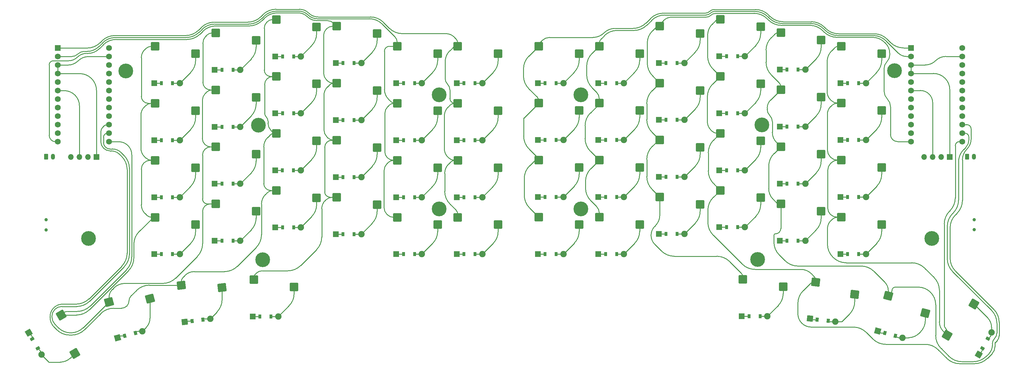
<source format=gbr>
%TF.GenerationSoftware,KiCad,Pcbnew,7.0.10*%
%TF.CreationDate,2024-02-10T22:50:59-05:00*%
%TF.ProjectId,blahajergo,626c6168-616a-4657-9267-6f2e6b696361,rev?*%
%TF.SameCoordinates,Original*%
%TF.FileFunction,Copper,L2,Bot*%
%TF.FilePolarity,Positive*%
%FSLAX46Y46*%
G04 Gerber Fmt 4.6, Leading zero omitted, Abs format (unit mm)*
G04 Created by KiCad (PCBNEW 7.0.10) date 2024-02-10 22:50:59*
%MOMM*%
%LPD*%
G01*
G04 APERTURE LIST*
G04 Aperture macros list*
%AMRoundRect*
0 Rectangle with rounded corners*
0 $1 Rounding radius*
0 $2 $3 $4 $5 $6 $7 $8 $9 X,Y pos of 4 corners*
0 Add a 4 corners polygon primitive as box body*
4,1,4,$2,$3,$4,$5,$6,$7,$8,$9,$2,$3,0*
0 Add four circle primitives for the rounded corners*
1,1,$1+$1,$2,$3*
1,1,$1+$1,$4,$5*
1,1,$1+$1,$6,$7*
1,1,$1+$1,$8,$9*
0 Add four rect primitives between the rounded corners*
20,1,$1+$1,$2,$3,$4,$5,0*
20,1,$1+$1,$4,$5,$6,$7,0*
20,1,$1+$1,$6,$7,$8,$9,0*
20,1,$1+$1,$8,$9,$2,$3,0*%
%AMRotRect*
0 Rectangle, with rotation*
0 The origin of the aperture is its center*
0 $1 length*
0 $2 width*
0 $3 Rotation angle, in degrees counterclockwise*
0 Add horizontal line*
21,1,$1,$2,0,0,$3*%
G04 Aperture macros list end*
%TA.AperFunction,SMDPad,CuDef*%
%ADD10RoundRect,0.250000X-1.025000X-1.000000X1.025000X-1.000000X1.025000X1.000000X-1.025000X1.000000X0*%
%TD*%
%TA.AperFunction,ComponentPad*%
%ADD11R,1.778000X1.778000*%
%TD*%
%TA.AperFunction,SMDPad,CuDef*%
%ADD12R,0.900000X1.200000*%
%TD*%
%TA.AperFunction,ComponentPad*%
%ADD13C,1.905000*%
%TD*%
%TA.AperFunction,ComponentPad*%
%ADD14RoundRect,0.250000X-0.350000X-0.625000X0.350000X-0.625000X0.350000X0.625000X-0.350000X0.625000X0*%
%TD*%
%TA.AperFunction,ComponentPad*%
%ADD15O,1.200000X1.750000*%
%TD*%
%TA.AperFunction,ComponentPad*%
%ADD16R,1.700000X1.700000*%
%TD*%
%TA.AperFunction,ComponentPad*%
%ADD17O,1.700000X1.700000*%
%TD*%
%TA.AperFunction,SMDPad,CuDef*%
%ADD18RoundRect,0.250000X-0.895490X-1.117462X1.139229X-0.867630X0.895490X1.117462X-1.139229X0.867630X0*%
%TD*%
%TA.AperFunction,SMDPad,CuDef*%
%ADD19RoundRect,0.250000X0.353525X-1.387676X1.378525X0.387676X-0.353525X1.387676X-1.378525X-0.387676X0*%
%TD*%
%TA.AperFunction,SMDPad,CuDef*%
%ADD20RoundRect,0.250000X-1.248893X-0.700636X0.731255X-1.231215X1.248893X0.700636X-0.731255X1.231215X0*%
%TD*%
%TA.AperFunction,ComponentPad*%
%ADD21R,1.752600X1.752600*%
%TD*%
%TA.AperFunction,ComponentPad*%
%ADD22C,1.752600*%
%TD*%
%TA.AperFunction,WasherPad*%
%ADD23C,1.000000*%
%TD*%
%TA.AperFunction,ComponentPad*%
%ADD24RotRect,1.778000X1.778000X7.000000*%
%TD*%
%TA.AperFunction,SMDPad,CuDef*%
%ADD25RotRect,0.900000X1.200000X7.000000*%
%TD*%
%TA.AperFunction,ComponentPad*%
%ADD26RotRect,1.778000X1.778000X15.000000*%
%TD*%
%TA.AperFunction,SMDPad,CuDef*%
%ADD27RotRect,0.900000X1.200000X15.000000*%
%TD*%
%TA.AperFunction,ComponentPad*%
%ADD28RotRect,1.778000X1.778000X353.000000*%
%TD*%
%TA.AperFunction,SMDPad,CuDef*%
%ADD29RotRect,0.900000X1.200000X353.000000*%
%TD*%
%TA.AperFunction,SMDPad,CuDef*%
%ADD30RoundRect,0.250000X-0.731255X-1.231215X1.248893X-0.700636X0.731255X1.231215X-1.248893X0.700636X0*%
%TD*%
%TA.AperFunction,ComponentPad*%
%ADD31C,0.700000*%
%TD*%
%TA.AperFunction,ComponentPad*%
%ADD32C,4.400000*%
%TD*%
%TA.AperFunction,ComponentPad*%
%ADD33RotRect,1.778000X1.778000X60.000000*%
%TD*%
%TA.AperFunction,SMDPad,CuDef*%
%ADD34RotRect,0.900000X1.200000X60.000000*%
%TD*%
%TA.AperFunction,SMDPad,CuDef*%
%ADD35RoundRect,0.250000X-1.378525X0.387676X-0.353525X-1.387676X1.378525X-0.387676X0.353525X1.387676X0*%
%TD*%
%TA.AperFunction,SMDPad,CuDef*%
%ADD36RoundRect,0.250000X-1.139229X-0.867630X0.895490X-1.117462X1.139229X0.867630X-0.895490X1.117462X0*%
%TD*%
%TA.AperFunction,ComponentPad*%
%ADD37RotRect,1.778000X1.778000X345.000000*%
%TD*%
%TA.AperFunction,SMDPad,CuDef*%
%ADD38RotRect,0.900000X1.200000X345.000000*%
%TD*%
%TA.AperFunction,ComponentPad*%
%ADD39RotRect,1.778000X1.778000X300.000000*%
%TD*%
%TA.AperFunction,SMDPad,CuDef*%
%ADD40RotRect,0.900000X1.200000X300.000000*%
%TD*%
%TA.AperFunction,Conductor*%
%ADD41C,0.250000*%
%TD*%
G04 APERTURE END LIST*
D10*
%TO.P,S47,1,1*%
%TO.N,R_COL5*%
X127153105Y-98686896D03*
%TO.P,S47,2,2*%
%TO.N,Net-(D47-A)*%
X139153105Y-100886896D03*
%TD*%
D11*
%TO.P,D29,1,K*%
%TO.N,R_ROW1*%
X198843105Y-113686896D03*
D12*
X201003105Y-113686896D03*
%TO.P,D29,2,A*%
%TO.N,Net-(D29-A)*%
X204303105Y-113686896D03*
D13*
X206463105Y-113686896D03*
%TD*%
D11*
%TO.P,D8,1,K*%
%TO.N,L_ROW4*%
X240946647Y-164643310D03*
D12*
X243106647Y-164643310D03*
%TO.P,D8,2,A*%
%TO.N,Net-(D8-A)*%
X246406647Y-164643310D03*
D13*
X248566647Y-164643310D03*
%TD*%
D11*
%TO.P,D37,1,K*%
%TO.N,R_ROW1*%
X162843105Y-107686896D03*
D12*
X165003105Y-107686896D03*
%TO.P,D37,2,A*%
%TO.N,Net-(D37-A)*%
X168303105Y-107686896D03*
D13*
X170463105Y-107686896D03*
%TD*%
D11*
%TO.P,D45,1,K*%
%TO.N,R_ROW4*%
X144843105Y-156686896D03*
D12*
X147003105Y-156686896D03*
%TO.P,D45,2,A*%
%TO.N,Net-(D45-A)*%
X150303105Y-156686896D03*
D13*
X152463105Y-156686896D03*
%TD*%
D14*
%TO.P,J3,1,Pin_1*%
%TO.N,R_BAT_IN*%
X76709532Y-135631213D03*
D15*
%TO.P,J3,2,Pin_2*%
%TO.N,GND*%
X78709532Y-135631213D03*
%TD*%
D10*
%TO.P,S31,1,1*%
%TO.N,R_COL1*%
X199159532Y-136681213D03*
%TO.P,S31,2,2*%
%TO.N,Net-(D31-A)*%
X211159532Y-138881213D03*
%TD*%
%TO.P,S43,1,1*%
%TO.N,R_COL4*%
X145153105Y-111686896D03*
%TO.P,S43,2,2*%
%TO.N,Net-(D43-A)*%
X157153105Y-113886896D03*
%TD*%
%TO.P,S1,1,1*%
%TO.N,L_COL1*%
X223256647Y-102643310D03*
%TO.P,S1,2,2*%
%TO.N,Net-(D1-A)*%
X235256647Y-104843310D03*
%TD*%
%TO.P,S34,1,1*%
%TO.N,R_COL2*%
X181153105Y-119686896D03*
%TO.P,S34,2,2*%
%TO.N,Net-(D34-A)*%
X193153105Y-121886896D03*
%TD*%
D11*
%TO.P,D1,1,K*%
%TO.N,L_ROW1*%
X222946647Y-113643310D03*
D12*
X225106647Y-113643310D03*
%TO.P,D1,2,A*%
%TO.N,Net-(D1-A)*%
X228406647Y-113643310D03*
D13*
X230566647Y-113643310D03*
%TD*%
D10*
%TO.P,S30,1,1*%
%TO.N,R_COL1*%
X199147050Y-119673862D03*
%TO.P,S30,2,2*%
%TO.N,Net-(D30-A)*%
X211147050Y-121873862D03*
%TD*%
%TO.P,S42,1,1*%
%TO.N,R_COL4*%
X145153105Y-94686896D03*
%TO.P,S42,2,2*%
%TO.N,Net-(D42-A)*%
X157153105Y-96886896D03*
%TD*%
D11*
%TO.P,D30,1,K*%
%TO.N,R_ROW2*%
X198843105Y-130686896D03*
D12*
X201003105Y-130686896D03*
%TO.P,D30,2,A*%
%TO.N,Net-(D30-A)*%
X204303105Y-130686896D03*
D13*
X206463105Y-130686896D03*
%TD*%
D16*
%TO.P,J4,1,GND*%
%TO.N,GND*%
X91678282Y-135719930D03*
D17*
%TO.P,J4,2,VCC*%
%TO.N,VCC*%
X89138282Y-135719930D03*
%TO.P,J4,3,SCL*%
%TO.N,R_SCL*%
X86598282Y-135719930D03*
%TO.P,J4,4,SDA*%
%TO.N,R_SDA*%
X84058282Y-135719930D03*
%TD*%
D10*
%TO.P,S38,1,1*%
%TO.N,R_COL3*%
X163153105Y-113686896D03*
%TO.P,S38,2,2*%
%TO.N,Net-(D38-A)*%
X175153105Y-115886896D03*
%TD*%
%TO.P,S39,1,1*%
%TO.N,R_COL3*%
X163153105Y-130686896D03*
%TO.P,S39,2,2*%
%TO.N,Net-(D39-A)*%
X175153105Y-132886896D03*
%TD*%
D11*
%TO.P,D41,1,K*%
%TO.N,R_ROW5*%
X138147760Y-183250322D03*
D12*
X140307760Y-183250322D03*
%TO.P,D41,2,A*%
%TO.N,Net-(D41-A)*%
X143607760Y-183250322D03*
D13*
X145767760Y-183250322D03*
%TD*%
D18*
%TO.P,S46,1,1*%
%TO.N,R_COL4*%
X116869027Y-173923835D03*
%TO.P,S46,2,2*%
%TO.N,Net-(D46-A)*%
X129047694Y-174645004D03*
%TD*%
D19*
%TO.P,S28,1,1*%
%TO.N,L_COL6*%
X344750409Y-188850802D03*
%TO.P,S28,2,2*%
%TO.N,Net-(D28-A)*%
X352655664Y-179558497D03*
%TD*%
D10*
%TO.P,S33,1,1*%
%TO.N,R_COL2*%
X181153105Y-102686896D03*
%TO.P,S33,2,2*%
%TO.N,Net-(D33-A)*%
X193153105Y-104886896D03*
%TD*%
D11*
%TO.P,D31,1,K*%
%TO.N,R_ROW3*%
X198843105Y-147686896D03*
D12*
X201003105Y-147686896D03*
%TO.P,D31,2,A*%
%TO.N,Net-(D31-A)*%
X204303105Y-147686896D03*
D13*
X206463105Y-147686896D03*
%TD*%
D10*
%TO.P,S22,1,1*%
%TO.N,L_COL5*%
X295256647Y-149643310D03*
%TO.P,S22,2,2*%
%TO.N,Net-(D22-A)*%
X307256647Y-151843310D03*
%TD*%
%TO.P,S10,1,1*%
%TO.N,L_COL3*%
X259256647Y-113643310D03*
%TO.P,S10,2,2*%
%TO.N,Net-(D10-A)*%
X271256647Y-115843310D03*
%TD*%
D20*
%TO.P,S23,1,1*%
%TO.N,L_COL5*%
X327229745Y-177070906D03*
%TO.P,S23,2,2*%
%TO.N,Net-(D23-A)*%
X338251453Y-182301772D03*
%TD*%
D10*
%TO.P,S35,1,1*%
%TO.N,R_COL2*%
X181153105Y-136686896D03*
%TO.P,S35,2,2*%
%TO.N,Net-(D35-A)*%
X193153105Y-138886896D03*
%TD*%
%TO.P,S15,1,1*%
%TO.N,L_COL4*%
X277256647Y-111643310D03*
%TO.P,S15,2,2*%
%TO.N,Net-(D15-A)*%
X289256647Y-113843310D03*
%TD*%
D11*
%TO.P,D54,1,K*%
%TO.N,R_ROW3*%
X108843105Y-147686896D03*
D12*
X111003105Y-147686896D03*
%TO.P,D54,2,A*%
%TO.N,Net-(D54-A)*%
X114303105Y-147686896D03*
D13*
X116463105Y-147686896D03*
%TD*%
D11*
%TO.P,D17,1,K*%
%TO.N,L_ROW4*%
X276946647Y-156643310D03*
D12*
X279106647Y-156643310D03*
%TO.P,D17,2,A*%
%TO.N,Net-(D17-A)*%
X282406647Y-156643310D03*
D13*
X284566647Y-156643310D03*
%TD*%
D14*
%TO.P,J2,1,Pin_1*%
%TO.N,L_BAT_IN*%
X350706647Y-135593310D03*
D15*
%TO.P,J2,2,Pin_2*%
%TO.N,GND*%
X352706647Y-135593310D03*
%TD*%
D10*
%TO.P,S2,1,1*%
%TO.N,L_COL1*%
X223256647Y-119643310D03*
%TO.P,S2,2,2*%
%TO.N,Net-(D2-A)*%
X235256647Y-121843310D03*
%TD*%
D21*
%TO.P,U2,1,D1*%
%TO.N,R_COL1*%
X80163282Y-103207964D03*
D22*
%TO.P,U2,2,D0*%
%TO.N,R_COL2*%
X80163282Y-105747964D03*
%TO.P,U2,3,GND*%
%TO.N,GND*%
X80163282Y-108287964D03*
%TO.P,U2,4,GND*%
X80163282Y-110827964D03*
%TO.P,U2,5,D2*%
%TO.N,R_SDA*%
X80163282Y-113367964D03*
%TO.P,U2,6,D3*%
%TO.N,R_SCL*%
X80163282Y-115907964D03*
%TO.P,U2,7,D4*%
%TO.N,R_ROW1*%
X80163282Y-118447964D03*
%TO.P,U2,8,D5*%
%TO.N,R_ROW2*%
X80163282Y-120987964D03*
%TO.P,U2,9,D6*%
%TO.N,R_ROW3*%
X80163282Y-123527964D03*
%TO.P,U2,10,D7*%
%TO.N,R_ROW4*%
X80163282Y-126067964D03*
%TO.P,U2,11,D8*%
%TO.N,R_ROW5*%
X80163282Y-128607964D03*
%TO.P,U2,12,D9*%
%TO.N,R_COL3*%
X80163282Y-131147964D03*
%TO.P,U2,13,D10*%
%TO.N,R_COL6*%
X95403282Y-131147964D03*
%TO.P,U2,14,D16*%
%TO.N,R_COL5*%
X95403282Y-128607964D03*
%TO.P,U2,15,D14*%
%TO.N,R_COL4*%
X95403282Y-126067964D03*
%TO.P,U2,16,D15*%
%TO.N,unconnected-(U2-D15-Pad16)*%
X95403282Y-123527964D03*
%TO.P,U2,17,D18*%
%TO.N,unconnected-(U2-D18-Pad17)*%
X95403282Y-120987964D03*
%TO.P,U2,18,D19*%
%TO.N,unconnected-(U2-D19-Pad18)*%
X95403282Y-118447964D03*
%TO.P,U2,19,D20*%
%TO.N,unconnected-(U2-D20-Pad19)*%
X95403282Y-115907964D03*
%TO.P,U2,20,D21*%
%TO.N,unconnected-(U2-D21-Pad20)*%
X95403282Y-113367964D03*
%TO.P,U2,21,3.3v*%
%TO.N,VCC*%
X95403282Y-110827964D03*
%TO.P,U2,22,RST*%
%TO.N,R_RST*%
X95403282Y-108287964D03*
%TO.P,U2,23,GND*%
%TO.N,GND*%
X95403282Y-105747964D03*
%TO.P,U2,24,B+*%
%TO.N,R_BAT_RAW*%
X95403282Y-103207964D03*
%TD*%
D11*
%TO.P,D4,1,K*%
%TO.N,L_ROW4*%
X222946647Y-164643310D03*
D12*
X225106647Y-164643310D03*
%TO.P,D4,2,A*%
%TO.N,Net-(D4-A)*%
X228406647Y-164643310D03*
D13*
X230566647Y-164643310D03*
%TD*%
D10*
%TO.P,S37,1,1*%
%TO.N,R_COL3*%
X163153105Y-96686896D03*
%TO.P,S37,2,2*%
%TO.N,Net-(D37-A)*%
X175153105Y-98886896D03*
%TD*%
%TO.P,S29,1,1*%
%TO.N,R_COL1*%
X199153105Y-102686896D03*
%TO.P,S29,2,2*%
%TO.N,Net-(D29-A)*%
X211153105Y-104886896D03*
%TD*%
D11*
%TO.P,D25,1,K*%
%TO.N,L_ROW2*%
X312946647Y-130643310D03*
D12*
X315106647Y-130643310D03*
%TO.P,D25,2,A*%
%TO.N,Net-(D25-A)*%
X318406647Y-130643310D03*
D13*
X320566647Y-130643310D03*
%TD*%
D23*
%TO.P,SW4,*%
%TO.N,*%
X76653105Y-157436896D03*
X76653105Y-154436896D03*
%TD*%
D11*
%TO.P,D19,1,K*%
%TO.N,L_ROW1*%
X294946647Y-109643310D03*
D12*
X297106647Y-109643310D03*
%TO.P,D19,2,A*%
%TO.N,Net-(D19-A)*%
X300406647Y-109643310D03*
D13*
X302566647Y-109643310D03*
%TD*%
D10*
%TO.P,S44,1,1*%
%TO.N,R_COL4*%
X145153105Y-128686896D03*
%TO.P,S44,2,2*%
%TO.N,Net-(D44-A)*%
X157153105Y-130886896D03*
%TD*%
D24*
%TO.P,D46,1,K*%
%TO.N,R_ROW5*%
X117939533Y-184879622D03*
D25*
X120083433Y-184616384D03*
%TO.P,D46,2,A*%
%TO.N,Net-(D46-A)*%
X123358835Y-184214216D03*
D13*
X125502735Y-183950978D03*
%TD*%
D26*
%TO.P,D51,1,K*%
%TO.N,R_ROW5*%
X97966100Y-189631644D03*
D27*
X100052499Y-189072594D03*
%TO.P,D51,2,A*%
%TO.N,Net-(D51-A)*%
X103240055Y-188218492D03*
D13*
X105326454Y-187659442D03*
%TD*%
D10*
%TO.P,S24,1,1*%
%TO.N,L_COL6*%
X313256647Y-102643310D03*
%TO.P,S24,2,2*%
%TO.N,Net-(D24-A)*%
X325256647Y-104843310D03*
%TD*%
D11*
%TO.P,D9,1,K*%
%TO.N,L_ROW1*%
X258946647Y-107643310D03*
D12*
X261106647Y-107643310D03*
%TO.P,D9,2,A*%
%TO.N,Net-(D9-A)*%
X264406647Y-107643310D03*
D13*
X266566647Y-107643310D03*
%TD*%
D10*
%TO.P,S49,1,1*%
%TO.N,R_COL5*%
X127153105Y-132686896D03*
%TO.P,S49,2,2*%
%TO.N,Net-(D49-A)*%
X139153105Y-134886896D03*
%TD*%
%TO.P,S25,1,1*%
%TO.N,L_COL6*%
X313256647Y-119643310D03*
%TO.P,S25,2,2*%
%TO.N,Net-(D25-A)*%
X325256647Y-121843310D03*
%TD*%
D28*
%TO.P,D18,1,K*%
%TO.N,L_ROW5*%
X303907017Y-183907392D03*
D29*
X306050917Y-184170630D03*
%TO.P,D18,2,A*%
%TO.N,Net-(D18-A)*%
X309326319Y-184572798D03*
D13*
X311470219Y-184836036D03*
%TD*%
D11*
%TO.P,D36,1,K*%
%TO.N,R_ROW4*%
X180843105Y-164686896D03*
D12*
X183003105Y-164686896D03*
%TO.P,D36,2,A*%
%TO.N,Net-(D36-A)*%
X186303105Y-164686896D03*
D13*
X188463105Y-164686896D03*
%TD*%
D10*
%TO.P,S48,1,1*%
%TO.N,R_COL5*%
X127153105Y-115686896D03*
%TO.P,S48,2,2*%
%TO.N,Net-(D48-A)*%
X139153105Y-117886896D03*
%TD*%
D11*
%TO.P,D50,1,K*%
%TO.N,R_ROW4*%
X126843105Y-160686896D03*
D12*
X129003105Y-160686896D03*
%TO.P,D50,2,A*%
%TO.N,Net-(D50-A)*%
X132303105Y-160686896D03*
D13*
X134463105Y-160686896D03*
%TD*%
D10*
%TO.P,S8,1,1*%
%TO.N,L_COL2*%
X241256647Y-153643310D03*
%TO.P,S8,2,2*%
%TO.N,Net-(D8-A)*%
X253256647Y-155843310D03*
%TD*%
D11*
%TO.P,D52,1,K*%
%TO.N,R_ROW1*%
X108843105Y-113686896D03*
D12*
X111003105Y-113686896D03*
%TO.P,D52,2,A*%
%TO.N,Net-(D52-A)*%
X114303105Y-113686896D03*
D13*
X116463105Y-113686896D03*
%TD*%
D11*
%TO.P,D39,1,K*%
%TO.N,R_ROW3*%
X162843105Y-141686896D03*
D12*
X165003105Y-141686896D03*
%TO.P,D39,2,A*%
%TO.N,Net-(D39-A)*%
X168303105Y-141686896D03*
D13*
X170463105Y-141686896D03*
%TD*%
D11*
%TO.P,D33,1,K*%
%TO.N,R_ROW1*%
X180843105Y-113686896D03*
D12*
X183003105Y-113686896D03*
%TO.P,D33,2,A*%
%TO.N,Net-(D33-A)*%
X186303105Y-113686896D03*
D13*
X188463105Y-113686896D03*
%TD*%
D10*
%TO.P,S53,1,1*%
%TO.N,R_COL6*%
X109153105Y-119686896D03*
%TO.P,S53,2,2*%
%TO.N,Net-(D53-A)*%
X121153105Y-121886896D03*
%TD*%
D11*
%TO.P,D53,1,K*%
%TO.N,R_ROW2*%
X108843105Y-130686896D03*
D12*
X111003105Y-130686896D03*
%TO.P,D53,2,A*%
%TO.N,Net-(D53-A)*%
X114303105Y-130686896D03*
D13*
X116463105Y-130686896D03*
%TD*%
D30*
%TO.P,S51,1,1*%
%TO.N,R_COL5*%
X95418526Y-178926226D03*
%TO.P,S51,2,2*%
%TO.N,Net-(D51-A)*%
X107579038Y-177945434D03*
%TD*%
D10*
%TO.P,S55,1,1*%
%TO.N,R_COL6*%
X109153105Y-153686896D03*
%TO.P,S55,2,2*%
%TO.N,Net-(D55-A)*%
X121153105Y-155886896D03*
%TD*%
D11*
%TO.P,D24,1,K*%
%TO.N,L_ROW1*%
X312946647Y-113643310D03*
D12*
X315106647Y-113643310D03*
%TO.P,D24,2,A*%
%TO.N,Net-(D24-A)*%
X318406647Y-113643310D03*
D13*
X320566647Y-113643310D03*
%TD*%
D10*
%TO.P,S11,1,1*%
%TO.N,L_COL3*%
X259256647Y-130643310D03*
%TO.P,S11,2,2*%
%TO.N,Net-(D11-A)*%
X271256647Y-132843310D03*
%TD*%
D11*
%TO.P,D48,1,K*%
%TO.N,R_ROW2*%
X126843105Y-126686896D03*
D12*
X129003105Y-126686896D03*
%TO.P,D48,2,A*%
%TO.N,Net-(D48-A)*%
X132303105Y-126686896D03*
D13*
X134463105Y-126686896D03*
%TD*%
D11*
%TO.P,D34,1,K*%
%TO.N,R_ROW2*%
X180843105Y-130686896D03*
D12*
X183003105Y-130686896D03*
%TO.P,D34,2,A*%
%TO.N,Net-(D34-A)*%
X186303105Y-130686896D03*
D13*
X188463105Y-130686896D03*
%TD*%
D11*
%TO.P,D43,1,K*%
%TO.N,R_ROW2*%
X144843105Y-122686896D03*
D12*
X147003105Y-122686896D03*
%TO.P,D43,2,A*%
%TO.N,Net-(D43-A)*%
X150303105Y-122686896D03*
D13*
X152463105Y-122686896D03*
%TD*%
D16*
%TO.P,J1,1,GND*%
%TO.N,GND*%
X345521470Y-135676344D03*
D17*
%TO.P,J1,2,VCC*%
%TO.N,VCC*%
X342981470Y-135676344D03*
%TO.P,J1,3,SCL*%
%TO.N,L_SCL*%
X340441470Y-135676344D03*
%TO.P,J1,4,SDA*%
%TO.N,L_SDA*%
X337901470Y-135676344D03*
%TD*%
D10*
%TO.P,S16,1,1*%
%TO.N,L_COL4*%
X277256647Y-128643310D03*
%TO.P,S16,2,2*%
%TO.N,Net-(D16-A)*%
X289256647Y-130843310D03*
%TD*%
D31*
%TO.P,_6,1*%
%TO.N,N/C*%
X338481647Y-159968310D03*
X338964921Y-158801584D03*
X338964921Y-161135036D03*
X340131647Y-158318310D03*
D32*
X340131647Y-159968310D03*
D31*
X340131647Y-161618310D03*
X341298373Y-158801584D03*
X341298373Y-161135036D03*
X341781647Y-159968310D03*
%TD*%
D11*
%TO.P,D47,1,K*%
%TO.N,R_ROW1*%
X126843105Y-109686896D03*
D12*
X129003105Y-109686896D03*
%TO.P,D47,2,A*%
%TO.N,Net-(D47-A)*%
X132303105Y-109686896D03*
D13*
X134463105Y-109686896D03*
%TD*%
D11*
%TO.P,D44,1,K*%
%TO.N,R_ROW3*%
X144837050Y-139673862D03*
D12*
X146997050Y-139673862D03*
%TO.P,D44,2,A*%
%TO.N,Net-(D44-A)*%
X150297050Y-139673862D03*
D13*
X152457050Y-139673862D03*
%TD*%
D11*
%TO.P,D27,1,K*%
%TO.N,L_ROW4*%
X312946647Y-164643310D03*
D12*
X315106647Y-164643310D03*
%TO.P,D27,2,A*%
%TO.N,Net-(D27-A)*%
X318406647Y-164643310D03*
D13*
X320566647Y-164643310D03*
%TD*%
D11*
%TO.P,D42,1,K*%
%TO.N,R_ROW1*%
X144843105Y-105686896D03*
D12*
X147003105Y-105686896D03*
%TO.P,D42,2,A*%
%TO.N,Net-(D42-A)*%
X150303105Y-105686896D03*
D13*
X152463105Y-105686896D03*
%TD*%
D11*
%TO.P,D7,1,K*%
%TO.N,L_ROW3*%
X240946647Y-147643310D03*
D12*
X243106647Y-147643310D03*
%TO.P,D7,2,A*%
%TO.N,Net-(D7-A)*%
X246406647Y-147643310D03*
D13*
X248566647Y-147643310D03*
%TD*%
D31*
%TO.P,_1,1*%
%TO.N,N/C*%
X234131647Y-151168310D03*
X234614921Y-150001584D03*
X234614921Y-152335036D03*
X235781647Y-149518310D03*
D32*
X235781647Y-151168310D03*
D31*
X235781647Y-152818310D03*
X236948373Y-150001584D03*
X236948373Y-152335036D03*
X237431647Y-151168310D03*
%TD*%
D10*
%TO.P,S21,1,1*%
%TO.N,L_COL5*%
X295256647Y-132643310D03*
%TO.P,S21,2,2*%
%TO.N,Net-(D21-A)*%
X307256647Y-134843310D03*
%TD*%
D11*
%TO.P,D2,1,K*%
%TO.N,L_ROW2*%
X222946647Y-130643310D03*
D12*
X225106647Y-130643310D03*
%TO.P,D2,2,A*%
%TO.N,Net-(D2-A)*%
X228406647Y-130643310D03*
D13*
X230566647Y-130643310D03*
%TD*%
D11*
%TO.P,D16,1,K*%
%TO.N,L_ROW3*%
X276946647Y-139643310D03*
D12*
X279106647Y-139643310D03*
%TO.P,D16,2,A*%
%TO.N,Net-(D16-A)*%
X282406647Y-139643310D03*
D13*
X284566647Y-139643310D03*
%TD*%
D31*
%TO.P,_3,1*%
%TO.N,N/C*%
X287931647Y-126168310D03*
X288414921Y-125001584D03*
X288414921Y-127335036D03*
X289581647Y-124518310D03*
D32*
X289581647Y-126168310D03*
D31*
X289581647Y-127818310D03*
X290748373Y-125001584D03*
X290748373Y-127335036D03*
X291231647Y-126168310D03*
%TD*%
D10*
%TO.P,S5,1,1*%
%TO.N,L_COL2*%
X241256647Y-102643310D03*
%TO.P,S5,2,2*%
%TO.N,Net-(D5-A)*%
X253256647Y-104843310D03*
%TD*%
D11*
%TO.P,D14,1,K*%
%TO.N,L_ROW1*%
X276946647Y-105643310D03*
D12*
X279106647Y-105643310D03*
%TO.P,D14,2,A*%
%TO.N,Net-(D14-A)*%
X282406647Y-105643310D03*
D13*
X284566647Y-105643310D03*
%TD*%
D23*
%TO.P,SW2,*%
%TO.N,*%
X352756647Y-154393310D03*
X352756647Y-157393310D03*
%TD*%
D11*
%TO.P,D15,1,K*%
%TO.N,L_ROW2*%
X276946647Y-122643310D03*
D12*
X279106647Y-122643310D03*
%TO.P,D15,2,A*%
%TO.N,Net-(D15-A)*%
X282406647Y-122643310D03*
D13*
X284566647Y-122643310D03*
%TD*%
D10*
%TO.P,S4,1,1*%
%TO.N,L_COL1*%
X223256647Y-153643310D03*
%TO.P,S4,2,2*%
%TO.N,Net-(D4-A)*%
X235256647Y-155843310D03*
%TD*%
%TO.P,S50,1,1*%
%TO.N,R_COL5*%
X127153105Y-149686896D03*
%TO.P,S50,2,2*%
%TO.N,Net-(D50-A)*%
X139153105Y-151886896D03*
%TD*%
%TO.P,S6,1,1*%
%TO.N,L_COL2*%
X241256647Y-119643310D03*
%TO.P,S6,2,2*%
%TO.N,Net-(D6-A)*%
X253256647Y-121843310D03*
%TD*%
%TO.P,S20,1,1*%
%TO.N,L_COL5*%
X295256647Y-115643310D03*
%TO.P,S20,2,2*%
%TO.N,Net-(D20-A)*%
X307256647Y-117843310D03*
%TD*%
%TO.P,S32,1,1*%
%TO.N,R_COL1*%
X199153105Y-153686896D03*
%TO.P,S32,2,2*%
%TO.N,Net-(D32-A)*%
X211153105Y-155886896D03*
%TD*%
%TO.P,S26,1,1*%
%TO.N,L_COL6*%
X313256647Y-136643310D03*
%TO.P,S26,2,2*%
%TO.N,Net-(D26-A)*%
X325256647Y-138843310D03*
%TD*%
D11*
%TO.P,D38,1,K*%
%TO.N,R_ROW2*%
X162843105Y-124686896D03*
D12*
X165003105Y-124686896D03*
%TO.P,D38,2,A*%
%TO.N,Net-(D38-A)*%
X168303105Y-124686896D03*
D13*
X170463105Y-124686896D03*
%TD*%
D33*
%TO.P,D28,1,K*%
%TO.N,L_ROW5*%
X354121688Y-194619270D03*
D34*
X355201688Y-192748655D03*
%TO.P,D28,2,A*%
%TO.N,Net-(D28-A)*%
X356851688Y-189890771D03*
D13*
X357931688Y-188020156D03*
%TD*%
D10*
%TO.P,S41,1,1*%
%TO.N,R_COL3*%
X138457760Y-172250322D03*
%TO.P,S41,2,2*%
%TO.N,Net-(D41-A)*%
X150457760Y-174450322D03*
%TD*%
D11*
%TO.P,D32,1,K*%
%TO.N,R_ROW4*%
X198843105Y-164686896D03*
D12*
X201003105Y-164686896D03*
%TO.P,D32,2,A*%
%TO.N,Net-(D32-A)*%
X204303105Y-164686896D03*
D13*
X206463105Y-164686896D03*
%TD*%
D31*
%TO.P,_5,1*%
%TO.N,N/C*%
X327389921Y-109976584D03*
X327873195Y-108809858D03*
X327873195Y-111143310D03*
X329039921Y-108326584D03*
D32*
X329039921Y-109976584D03*
D31*
X329039921Y-111626584D03*
X330206647Y-108809858D03*
X330206647Y-111143310D03*
X330689921Y-109976584D03*
%TD*%
D11*
%TO.P,D10,1,K*%
%TO.N,L_ROW2*%
X258946647Y-124643310D03*
D12*
X261106647Y-124643310D03*
%TO.P,D10,2,A*%
%TO.N,Net-(D10-A)*%
X264406647Y-124643310D03*
D13*
X266566647Y-124643310D03*
%TD*%
D11*
%TO.P,D11,1,K*%
%TO.N,L_ROW3*%
X258946647Y-141643310D03*
D12*
X261106647Y-141643310D03*
%TO.P,D11,2,A*%
%TO.N,Net-(D11-A)*%
X264406647Y-141643310D03*
D13*
X266566647Y-141643310D03*
%TD*%
D10*
%TO.P,S17,1,1*%
%TO.N,L_COL4*%
X277256647Y-145643310D03*
%TO.P,S17,2,2*%
%TO.N,Net-(D17-A)*%
X289256647Y-147843310D03*
%TD*%
%TO.P,S9,1,1*%
%TO.N,L_COL3*%
X259256647Y-96643310D03*
%TO.P,S9,2,2*%
%TO.N,Net-(D9-A)*%
X271256647Y-98843310D03*
%TD*%
D11*
%TO.P,D13,1,K*%
%TO.N,L_ROW5*%
X283641992Y-183206736D03*
D12*
X285801992Y-183206736D03*
%TO.P,D13,2,A*%
%TO.N,Net-(D13-A)*%
X289101992Y-183206736D03*
D13*
X291261992Y-183206736D03*
%TD*%
D11*
%TO.P,D21,1,K*%
%TO.N,L_ROW3*%
X294946647Y-143643310D03*
D12*
X297106647Y-143643310D03*
%TO.P,D21,2,A*%
%TO.N,Net-(D21-A)*%
X300406647Y-143643310D03*
D13*
X302566647Y-143643310D03*
%TD*%
D21*
%TO.P,U1,1,D1*%
%TO.N,L_COL1*%
X334006470Y-103164378D03*
D22*
%TO.P,U1,2,D0*%
%TO.N,L_COL2*%
X334006470Y-105704378D03*
%TO.P,U1,3,GND*%
%TO.N,GND*%
X334006470Y-108244378D03*
%TO.P,U1,4,GND*%
X334006470Y-110784378D03*
%TO.P,U1,5,D2*%
%TO.N,L_SDA*%
X334006470Y-113324378D03*
%TO.P,U1,6,D3*%
%TO.N,L_SCL*%
X334006470Y-115864378D03*
%TO.P,U1,7,D4*%
%TO.N,L_ROW1*%
X334006470Y-118404378D03*
%TO.P,U1,8,D5*%
%TO.N,L_ROW2*%
X334006470Y-120944378D03*
%TO.P,U1,9,D6*%
%TO.N,L_ROW3*%
X334006470Y-123484378D03*
%TO.P,U1,10,D7*%
%TO.N,L_ROW4*%
X334006470Y-126024378D03*
%TO.P,U1,11,D8*%
%TO.N,L_ROW5*%
X334006470Y-128564378D03*
%TO.P,U1,12,D9*%
%TO.N,L_COL3*%
X334006470Y-131104378D03*
%TO.P,U1,13,D10*%
%TO.N,L_COL6*%
X349246470Y-131104378D03*
%TO.P,U1,14,D16*%
%TO.N,L_COL5*%
X349246470Y-128564378D03*
%TO.P,U1,15,D14*%
%TO.N,L_COL4*%
X349246470Y-126024378D03*
%TO.P,U1,16,D15*%
%TO.N,unconnected-(U1-D15-Pad16)*%
X349246470Y-123484378D03*
%TO.P,U1,17,D18*%
%TO.N,unconnected-(U1-D18-Pad17)*%
X349246470Y-120944378D03*
%TO.P,U1,18,D19*%
%TO.N,unconnected-(U1-D19-Pad18)*%
X349246470Y-118404378D03*
%TO.P,U1,19,D20*%
%TO.N,unconnected-(U1-D20-Pad19)*%
X349246470Y-115864378D03*
%TO.P,U1,20,D21*%
%TO.N,unconnected-(U1-D21-Pad20)*%
X349246470Y-113324378D03*
%TO.P,U1,21,3.3v*%
%TO.N,VCC*%
X349246470Y-110784378D03*
%TO.P,U1,22,RST*%
%TO.N,L_RST*%
X349246470Y-108244378D03*
%TO.P,U1,23,GND*%
%TO.N,GND*%
X349246470Y-105704378D03*
%TO.P,U1,24,B+*%
%TO.N,L_BAT_RAW*%
X349246470Y-103164378D03*
%TD*%
D11*
%TO.P,D20,1,K*%
%TO.N,L_ROW2*%
X294946647Y-126643310D03*
D12*
X297106647Y-126643310D03*
%TO.P,D20,2,A*%
%TO.N,Net-(D20-A)*%
X300406647Y-126643310D03*
D13*
X302566647Y-126643310D03*
%TD*%
D10*
%TO.P,S12,1,1*%
%TO.N,L_COL3*%
X259256647Y-147643310D03*
%TO.P,S12,2,2*%
%TO.N,Net-(D12-A)*%
X271256647Y-149843310D03*
%TD*%
D11*
%TO.P,D22,1,K*%
%TO.N,L_ROW4*%
X294946647Y-160643310D03*
D12*
X297106647Y-160643310D03*
%TO.P,D22,2,A*%
%TO.N,Net-(D22-A)*%
X300406647Y-160643310D03*
D13*
X302566647Y-160643310D03*
%TD*%
D11*
%TO.P,D6,1,K*%
%TO.N,L_ROW2*%
X240946647Y-130643310D03*
D12*
X243106647Y-130643310D03*
%TO.P,D6,2,A*%
%TO.N,Net-(D6-A)*%
X246406647Y-130643310D03*
D13*
X248566647Y-130643310D03*
%TD*%
D10*
%TO.P,S45,1,1*%
%TO.N,R_COL4*%
X145153105Y-145686896D03*
%TO.P,S45,2,2*%
%TO.N,Net-(D45-A)*%
X157153105Y-147886896D03*
%TD*%
D11*
%TO.P,D26,1,K*%
%TO.N,L_ROW3*%
X312946647Y-147643310D03*
D12*
X315106647Y-147643310D03*
%TO.P,D26,2,A*%
%TO.N,Net-(D26-A)*%
X318406647Y-147643310D03*
D13*
X320566647Y-147643310D03*
%TD*%
D11*
%TO.P,D35,1,K*%
%TO.N,R_ROW3*%
X180843105Y-147686896D03*
D12*
X183003105Y-147686896D03*
%TO.P,D35,2,A*%
%TO.N,Net-(D35-A)*%
X186303105Y-147686896D03*
D13*
X188463105Y-147686896D03*
%TD*%
D35*
%TO.P,S56,1,1*%
%TO.N,R_COL6*%
X81159343Y-182832210D03*
%TO.P,S56,2,2*%
%TO.N,Net-(D56-A)*%
X85254088Y-194324515D03*
%TD*%
D31*
%TO.P,_4,1*%
%TO.N,N/C*%
X286676470Y-166276344D03*
X287159744Y-165109618D03*
X287159744Y-167443070D03*
X288326470Y-164626344D03*
D32*
X288326470Y-166276344D03*
D31*
X288326470Y-167926344D03*
X289493196Y-165109618D03*
X289493196Y-167443070D03*
X289976470Y-166276344D03*
%TD*%
D11*
%TO.P,D3,1,K*%
%TO.N,L_ROW3*%
X222946647Y-147643310D03*
D12*
X225106647Y-147643310D03*
%TO.P,D3,2,A*%
%TO.N,Net-(D3-A)*%
X228406647Y-147643310D03*
D13*
X230566647Y-147643310D03*
%TD*%
D11*
%TO.P,D40,1,K*%
%TO.N,R_ROW4*%
X162843105Y-158686896D03*
D12*
X165003105Y-158686896D03*
%TO.P,D40,2,A*%
%TO.N,Net-(D40-A)*%
X168303105Y-158686896D03*
D13*
X170463105Y-158686896D03*
%TD*%
D10*
%TO.P,S13,1,1*%
%TO.N,L_COL3*%
X283951992Y-172206736D03*
%TO.P,S13,2,2*%
%TO.N,Net-(D13-A)*%
X295951992Y-174406736D03*
%TD*%
%TO.P,S3,1,1*%
%TO.N,L_COL1*%
X223256647Y-136643310D03*
%TO.P,S3,2,2*%
%TO.N,Net-(D3-A)*%
X235256647Y-138843310D03*
%TD*%
D11*
%TO.P,D12,1,K*%
%TO.N,L_ROW4*%
X258946647Y-158643310D03*
D12*
X261106647Y-158643310D03*
%TO.P,D12,2,A*%
%TO.N,Net-(D12-A)*%
X264406647Y-158643310D03*
D13*
X266566647Y-158643310D03*
%TD*%
D36*
%TO.P,S18,1,1*%
%TO.N,L_COL4*%
X305592902Y-173027163D03*
%TO.P,S18,2,2*%
%TO.N,Net-(D18-A)*%
X317235343Y-176673197D03*
%TD*%
D10*
%TO.P,S36,1,1*%
%TO.N,R_COL2*%
X181153105Y-153686896D03*
%TO.P,S36,2,2*%
%TO.N,Net-(D36-A)*%
X193153105Y-155886896D03*
%TD*%
%TO.P,S52,1,1*%
%TO.N,R_COL6*%
X109153105Y-102686896D03*
%TO.P,S52,2,2*%
%TO.N,Net-(D52-A)*%
X121153105Y-104886896D03*
%TD*%
%TO.P,S7,1,1*%
%TO.N,L_COL2*%
X241256647Y-136643310D03*
%TO.P,S7,2,2*%
%TO.N,Net-(D7-A)*%
X253256647Y-138843310D03*
%TD*%
%TO.P,S14,1,1*%
%TO.N,L_COL4*%
X277256647Y-94643310D03*
%TO.P,S14,2,2*%
%TO.N,Net-(D14-A)*%
X289256647Y-96843310D03*
%TD*%
D37*
%TO.P,D23,1,K*%
%TO.N,L_ROW5*%
X324083298Y-187615856D03*
D38*
X326169697Y-188174906D03*
%TO.P,D23,2,A*%
%TO.N,Net-(D23-A)*%
X329357253Y-189029008D03*
D13*
X331443652Y-189588058D03*
%TD*%
D11*
%TO.P,D5,1,K*%
%TO.N,L_ROW1*%
X240946647Y-113643310D03*
D12*
X243106647Y-113643310D03*
%TO.P,D5,2,A*%
%TO.N,Net-(D5-A)*%
X246406647Y-113643310D03*
D13*
X248566647Y-113643310D03*
%TD*%
D10*
%TO.P,S54,1,1*%
%TO.N,R_COL6*%
X109153105Y-136686896D03*
%TO.P,S54,2,2*%
%TO.N,Net-(D54-A)*%
X121153105Y-138886896D03*
%TD*%
D11*
%TO.P,D49,1,K*%
%TO.N,R_ROW3*%
X126843105Y-143686896D03*
D12*
X129003105Y-143686896D03*
%TO.P,D49,2,A*%
%TO.N,Net-(D49-A)*%
X132303105Y-143686896D03*
D13*
X134463105Y-143686896D03*
%TD*%
D39*
%TO.P,D56,1,K*%
%TO.N,R_ROW5*%
X71478064Y-188063742D03*
D40*
X72558064Y-189934357D03*
%TO.P,D56,2,A*%
%TO.N,Net-(D56-A)*%
X74208064Y-192792241D03*
D13*
X75288064Y-194662856D03*
%TD*%
D10*
%TO.P,S19,1,1*%
%TO.N,L_COL5*%
X295256647Y-98643310D03*
%TO.P,S19,2,2*%
%TO.N,Net-(D19-A)*%
X307256647Y-100843310D03*
%TD*%
%TO.P,S27,1,1*%
%TO.N,L_COL6*%
X313256647Y-153643310D03*
%TO.P,S27,2,2*%
%TO.N,Net-(D27-A)*%
X325256647Y-155843310D03*
%TD*%
%TO.P,S40,1,1*%
%TO.N,R_COL3*%
X163153105Y-147686896D03*
%TO.P,S40,2,2*%
%TO.N,Net-(D40-A)*%
X175153105Y-149886896D03*
%TD*%
D11*
%TO.P,D55,1,K*%
%TO.N,R_ROW4*%
X108843105Y-164686896D03*
D12*
X111003105Y-164686896D03*
%TO.P,D55,2,A*%
%TO.N,Net-(D55-A)*%
X114303105Y-164686896D03*
D13*
X116463105Y-164686896D03*
%TD*%
D31*
%TO.P,_2,1*%
%TO.N,N/C*%
X234131647Y-117143310D03*
X234614921Y-115976584D03*
X234614921Y-118310036D03*
X235781647Y-115493310D03*
D32*
X235781647Y-117143310D03*
D31*
X235781647Y-118793310D03*
X236948373Y-115976584D03*
X236948373Y-118310036D03*
X237431647Y-117143310D03*
%TD*%
%TO.P,_6,1*%
%TO.N,N/C*%
X90922050Y-159998862D03*
X90438776Y-161165588D03*
X90438776Y-158832136D03*
X89272050Y-161648862D03*
D32*
X89272050Y-159998862D03*
D31*
X89272050Y-158348862D03*
X88105324Y-161165588D03*
X88105324Y-158832136D03*
X87622050Y-159998862D03*
%TD*%
%TO.P,_4,1*%
%TO.N,N/C*%
X142733282Y-166319930D03*
X142250008Y-167486656D03*
X142250008Y-165153204D03*
X141083282Y-167969930D03*
D32*
X141083282Y-166319930D03*
D31*
X141083282Y-164669930D03*
X139916556Y-167486656D03*
X139916556Y-165153204D03*
X139433282Y-166319930D03*
%TD*%
%TO.P,_5,1*%
%TO.N,N/C*%
X102019831Y-110020170D03*
X101536557Y-111186896D03*
X101536557Y-108853444D03*
X100369831Y-111670170D03*
D32*
X100369831Y-110020170D03*
D31*
X100369831Y-108370170D03*
X99203105Y-111186896D03*
X99203105Y-108853444D03*
X98719831Y-110020170D03*
%TD*%
%TO.P,_1,1*%
%TO.N,N/C*%
X195272050Y-151198862D03*
X194788776Y-152365588D03*
X194788776Y-150032136D03*
X193622050Y-152848862D03*
D32*
X193622050Y-151198862D03*
D31*
X193622050Y-149548862D03*
X192455324Y-152365588D03*
X192455324Y-150032136D03*
X191972050Y-151198862D03*
%TD*%
%TO.P,_3,1*%
%TO.N,N/C*%
X141478105Y-126211896D03*
X140994831Y-127378622D03*
X140994831Y-125045170D03*
X139828105Y-127861896D03*
D32*
X139828105Y-126211896D03*
D31*
X139828105Y-124561896D03*
X138661379Y-127378622D03*
X138661379Y-125045170D03*
X138178105Y-126211896D03*
%TD*%
%TO.P,_2,1*%
%TO.N,N/C*%
X195278105Y-117186896D03*
X194794831Y-118353622D03*
X194794831Y-116020170D03*
X193628105Y-118836896D03*
D32*
X193628105Y-117186896D03*
D31*
X193628105Y-115536896D03*
X192461379Y-118353622D03*
X192461379Y-116020170D03*
X191978105Y-117186896D03*
%TD*%
D41*
%TO.N,GND*%
X80163282Y-108287964D02*
X80163282Y-110827964D01*
X80163282Y-108287964D02*
X83156729Y-108287964D01*
X334006470Y-110784378D02*
X334006470Y-108244378D01*
X334006470Y-108244378D02*
X338237384Y-108244378D01*
X345521470Y-115627381D02*
X345521470Y-135676344D01*
X91678282Y-115858805D02*
X91678282Y-135719930D01*
X80163282Y-110827964D02*
X86647440Y-110827964D01*
X344369487Y-105704378D02*
X349246470Y-105704378D01*
X89288832Y-105747964D02*
X95403282Y-105747964D01*
X334006470Y-110784378D02*
X340678466Y-110784378D01*
X345521492Y-115627381D02*
G75*
G03*
X344102986Y-112202862I-4842992J-19D01*
G01*
X83156729Y-108287981D02*
G75*
G03*
X86222781Y-107017964I-29J4336081D01*
G01*
X91678266Y-115858805D02*
G75*
G03*
X90204782Y-112301463I-5030866J5D01*
G01*
X344369487Y-105704361D02*
G75*
G03*
X341303436Y-106974378I13J-4336039D01*
G01*
X90204761Y-112301484D02*
G75*
G03*
X86647440Y-110827964I-3557361J-3557316D01*
G01*
X89288832Y-105747983D02*
G75*
G03*
X86222781Y-107017964I-32J-4336017D01*
G01*
X338237384Y-108244359D02*
G75*
G03*
X341303436Y-106974378I16J4336059D01*
G01*
X344103008Y-112202840D02*
G75*
G03*
X340678466Y-110784378I-3424508J-3424560D01*
G01*
%TO.N,Net-(D1-A)*%
X235256647Y-106898310D02*
X235256647Y-104843310D01*
X233803542Y-110406414D02*
X230566647Y-113643310D01*
X230566647Y-113643310D02*
X228406647Y-113643310D01*
X233803545Y-110406417D02*
G75*
G03*
X235256647Y-106898310I-3508145J3508117D01*
G01*
%TO.N,Net-(D2-A)*%
X230566647Y-130643310D02*
X228406647Y-130643310D01*
X235256647Y-123898310D02*
X235256647Y-121843310D01*
X233803542Y-127406414D02*
X230566647Y-130643310D01*
X233803545Y-127406417D02*
G75*
G03*
X235256647Y-123898310I-3508145J3508117D01*
G01*
%TO.N,Net-(D3-A)*%
X230566647Y-147643310D02*
X228406647Y-147643310D01*
X235256647Y-140898310D02*
X235256647Y-138843310D01*
X230566647Y-147643310D02*
X233803542Y-144406414D01*
X233803545Y-144406417D02*
G75*
G03*
X235256647Y-140898310I-3508145J3508117D01*
G01*
%TO.N,Net-(D4-A)*%
X235256647Y-157898310D02*
X235256647Y-155843310D01*
X230566647Y-164643310D02*
X233803542Y-161406414D01*
X230566647Y-164643310D02*
X228406647Y-164643310D01*
X233803545Y-161406417D02*
G75*
G03*
X235256647Y-157898310I-3508145J3508117D01*
G01*
%TO.N,Net-(D5-A)*%
X248566647Y-113643310D02*
X251803542Y-110406414D01*
X253256647Y-106898310D02*
X253256647Y-104843310D01*
X248566647Y-113643310D02*
X246406647Y-113643310D01*
X251803545Y-110406417D02*
G75*
G03*
X253256647Y-106898310I-3508145J3508117D01*
G01*
%TO.N,Net-(D6-A)*%
X248566647Y-130643310D02*
X251803542Y-127406414D01*
X248566647Y-130643310D02*
X246406647Y-130643310D01*
X253256647Y-123898310D02*
X253256647Y-121843310D01*
X251803545Y-127406417D02*
G75*
G03*
X253256647Y-123898310I-3508145J3508117D01*
G01*
%TO.N,Net-(D7-A)*%
X253256647Y-140898310D02*
X253256647Y-138843310D01*
X248566647Y-147643310D02*
X246406647Y-147643310D01*
X251803542Y-144406414D02*
X248566647Y-147643310D01*
X251803545Y-144406417D02*
G75*
G03*
X253256647Y-140898310I-3508145J3508117D01*
G01*
%TO.N,Net-(D8-A)*%
X248566647Y-164643310D02*
X246406647Y-164643310D01*
X251803542Y-161406414D02*
X248566647Y-164643310D01*
X253256647Y-157898310D02*
X253256647Y-155843310D01*
X251803545Y-161406417D02*
G75*
G03*
X253256647Y-157898310I-3508145J3508117D01*
G01*
%TO.N,Net-(D9-A)*%
X271256647Y-100898310D02*
X271256647Y-98843310D01*
X266566647Y-107643310D02*
X269803542Y-104406414D01*
X266566647Y-107643310D02*
X264406647Y-107643310D01*
X269803545Y-104406417D02*
G75*
G03*
X271256647Y-100898310I-3508145J3508117D01*
G01*
%TO.N,Net-(D10-A)*%
X266566647Y-124643310D02*
X264406647Y-124643310D01*
X266566647Y-124643310D02*
X269803542Y-121406414D01*
X271256647Y-117898310D02*
X271256647Y-115843310D01*
X269803545Y-121406417D02*
G75*
G03*
X271256647Y-117898310I-3508145J3508117D01*
G01*
%TO.N,Net-(D11-A)*%
X271256647Y-134898310D02*
X271256647Y-132843310D01*
X266566647Y-141643310D02*
X264406647Y-141643310D01*
X269803542Y-138406414D02*
X266566647Y-141643310D01*
X269803545Y-138406417D02*
G75*
G03*
X271256647Y-134898310I-3508145J3508117D01*
G01*
%TO.N,Net-(D12-A)*%
X271256647Y-151898310D02*
X271256647Y-149843310D01*
X266566647Y-158643310D02*
X264406647Y-158643310D01*
X269803542Y-155406414D02*
X266566647Y-158643310D01*
X269803545Y-155406417D02*
G75*
G03*
X271256647Y-151898310I-3508145J3508117D01*
G01*
%TO.N,Net-(D13-A)*%
X295951992Y-176461736D02*
X295951992Y-174406736D01*
X291261992Y-183206736D02*
X289101992Y-183206736D01*
X291261992Y-183206736D02*
X294498887Y-179969840D01*
X294498866Y-179969819D02*
G75*
G03*
X295951992Y-176461736I-3508066J3508119D01*
G01*
%TO.N,Net-(D14-A)*%
X289256647Y-98898310D02*
X289256647Y-96843310D01*
X284566647Y-105643310D02*
X282406647Y-105643310D01*
X287803542Y-102406414D02*
X284566647Y-105643310D01*
X287803545Y-102406417D02*
G75*
G03*
X289256647Y-98898310I-3508145J3508117D01*
G01*
%TO.N,Net-(D15-A)*%
X284566647Y-122643310D02*
X282406647Y-122643310D01*
X287803542Y-119406414D02*
X284566647Y-122643310D01*
X289256647Y-115898310D02*
X289256647Y-113843310D01*
X287803545Y-119406417D02*
G75*
G03*
X289256647Y-115898310I-3508145J3508117D01*
G01*
%TO.N,Net-(D16-A)*%
X289256647Y-132898310D02*
X289256647Y-130843310D01*
X287803542Y-136406414D02*
X284566647Y-139643310D01*
X284566647Y-139643310D02*
X282406647Y-139643310D01*
X287803545Y-136406417D02*
G75*
G03*
X289256647Y-132898310I-3508145J3508117D01*
G01*
%TO.N,Net-(D17-A)*%
X284566647Y-156643310D02*
X282406647Y-156643310D01*
X289256647Y-149898310D02*
X289256647Y-147843310D01*
X287803542Y-153406414D02*
X284566647Y-156643310D01*
X287803545Y-153406417D02*
G75*
G03*
X289256647Y-149898310I-3508145J3508117D01*
G01*
%TO.N,Net-(D18-A)*%
X313375337Y-184836036D02*
X311470219Y-184836036D01*
X315699410Y-182553403D02*
X313409124Y-184843690D01*
X317235343Y-178845334D02*
X317235343Y-176673197D01*
X309457938Y-184704417D02*
X309326319Y-184572798D01*
X311470219Y-184836036D02*
X309775694Y-184836036D01*
X315699402Y-182553395D02*
G75*
G03*
X317235343Y-178845334I-3708102J3708095D01*
G01*
X309457949Y-184704406D02*
G75*
G03*
X309775694Y-184836036I317751J317706D01*
G01*
X313393816Y-184843690D02*
G75*
G03*
X313409124Y-184843690I7654J7655D01*
G01*
X313393804Y-184843702D02*
G75*
G03*
X313375337Y-184836036I-18504J-18498D01*
G01*
%TO.N,Net-(D19-A)*%
X302566647Y-109643310D02*
X300406647Y-109643310D01*
X307256647Y-102898310D02*
X307256647Y-100843310D01*
X305803542Y-106406414D02*
X302566647Y-109643310D01*
X305803545Y-106406417D02*
G75*
G03*
X307256647Y-102898310I-3508145J3508117D01*
G01*
%TO.N,Net-(D20-A)*%
X307256647Y-119898310D02*
X307256647Y-117843310D01*
X302566647Y-126643310D02*
X300406647Y-126643310D01*
X302566647Y-126643310D02*
X305803542Y-123406414D01*
X305803545Y-123406417D02*
G75*
G03*
X307256647Y-119898310I-3508145J3508117D01*
G01*
%TO.N,Net-(D21-A)*%
X302566647Y-143643310D02*
X305803542Y-140406414D01*
X307256647Y-136898310D02*
X307256647Y-134843310D01*
X302566647Y-143643310D02*
X300406647Y-143643310D01*
X305803545Y-140406417D02*
G75*
G03*
X307256647Y-136898310I-3508145J3508117D01*
G01*
%TO.N,Net-(D22-A)*%
X305803542Y-157406414D02*
X302566647Y-160643310D01*
X307256647Y-153898310D02*
X307256647Y-151843310D01*
X302566647Y-160643310D02*
X300406647Y-160643310D01*
X305803545Y-157406417D02*
G75*
G03*
X307256647Y-153898310I-3508145J3508117D01*
G01*
%TO.N,Net-(D23-A)*%
X333266704Y-189588058D02*
X331443652Y-189588058D01*
X336793190Y-187884623D02*
X336378848Y-188298965D01*
X330311611Y-189588058D02*
X331443652Y-189588058D01*
X329636778Y-189308533D02*
X329357253Y-189029008D01*
X338251453Y-184364066D02*
X338251453Y-182301772D01*
X329636772Y-189308539D02*
G75*
G03*
X330311611Y-189588058I674828J674839D01*
G01*
X336793214Y-187884647D02*
G75*
G03*
X338251453Y-184364066I-3520614J3520547D01*
G01*
X333266704Y-189588053D02*
G75*
G03*
X336378847Y-188298964I-4J4401253D01*
G01*
%TO.N,Net-(D24-A)*%
X323803542Y-110406414D02*
X320566647Y-113643310D01*
X325256647Y-106898310D02*
X325256647Y-104843310D01*
X320566647Y-113643310D02*
X318406647Y-113643310D01*
X323803545Y-110406417D02*
G75*
G03*
X325256647Y-106898310I-3508145J3508117D01*
G01*
%TO.N,Net-(D25-A)*%
X320566647Y-130643310D02*
X318406647Y-130643310D01*
X323803542Y-127406414D02*
X320566647Y-130643310D01*
X325256647Y-123898310D02*
X325256647Y-121843310D01*
X323803545Y-127406417D02*
G75*
G03*
X325256647Y-123898310I-3508145J3508117D01*
G01*
%TO.N,Net-(D26-A)*%
X320566647Y-147643310D02*
X318406647Y-147643310D01*
X325256647Y-140898310D02*
X325256647Y-138843310D01*
X323803542Y-144406414D02*
X320566647Y-147643310D01*
X323803545Y-144406417D02*
G75*
G03*
X325256647Y-140898310I-3508145J3508117D01*
G01*
%TO.N,Net-(D27-A)*%
X325256647Y-157898310D02*
X325256647Y-155843310D01*
X320566647Y-164643310D02*
X318406647Y-164643310D01*
X323803542Y-161406414D02*
X320566647Y-164643310D01*
X323803545Y-161406417D02*
G75*
G03*
X325256647Y-157898310I-3508145J3508117D01*
G01*
%TO.N,Net-(D28-A)*%
X357931688Y-186834232D02*
X357931688Y-187624847D01*
X357931688Y-187822501D02*
X357931688Y-188217809D01*
X357931688Y-187822501D02*
X357931688Y-187624847D01*
X356805395Y-183708228D02*
X352655664Y-179558497D01*
X357652163Y-189090295D02*
X356851688Y-189890771D01*
X357931688Y-188217809D02*
X357931688Y-188415463D01*
X357931688Y-186834232D02*
X357931688Y-186427338D01*
X357931664Y-186427338D02*
G75*
G03*
X356805394Y-183708229I-3845364J38D01*
G01*
X357652188Y-189090320D02*
G75*
G03*
X357931688Y-188415463I-674888J674820D01*
G01*
%TO.N,L_ROW1*%
X258946647Y-107643310D02*
X261106647Y-107643310D01*
X297106647Y-109643310D02*
X294946647Y-109643310D01*
X315106647Y-113643310D02*
X312946647Y-113643310D01*
X279106647Y-105643310D02*
X276946647Y-105643310D01*
X225106647Y-113643310D02*
X222946647Y-113643310D01*
X243106647Y-113643310D02*
X240946647Y-113643310D01*
%TO.N,L_ROW2*%
X297106647Y-126643310D02*
X294946647Y-126643310D01*
X312946647Y-130643310D02*
X315106647Y-130643310D01*
X279106647Y-122643310D02*
X276946647Y-122643310D01*
X261106647Y-124643310D02*
X258946647Y-124643310D01*
X225106647Y-130643310D02*
X222946647Y-130643310D01*
X243106647Y-130643310D02*
X240946647Y-130643310D01*
%TO.N,L_ROW3*%
X261106647Y-141643310D02*
X258946647Y-141643310D01*
X225106647Y-147643310D02*
X222946647Y-147643310D01*
X315106647Y-147643310D02*
X312946647Y-147643310D01*
X297106647Y-143643310D02*
X294946647Y-143643310D01*
X243106647Y-147643310D02*
X240946647Y-147643310D01*
X279106647Y-139643310D02*
X276946647Y-139643310D01*
%TO.N,L_ROW4*%
X315106647Y-164643310D02*
X312946647Y-164643310D01*
X243106647Y-164643310D02*
X240946647Y-164643310D01*
X261106647Y-158643310D02*
X258946647Y-158643310D01*
X297106647Y-160643310D02*
X294946647Y-160643310D01*
X279106647Y-156643310D02*
X276946647Y-156643310D01*
X225106647Y-164643310D02*
X222946647Y-164643310D01*
%TO.N,L_ROW5*%
X325037656Y-188174906D02*
X326169697Y-188174906D01*
X355201688Y-193143962D02*
X355201688Y-192748655D01*
X354922163Y-193818794D02*
X354121688Y-194619270D01*
X285801992Y-183206736D02*
X283641992Y-183206736D01*
X304038636Y-184039011D02*
X303907017Y-183907392D01*
X304356392Y-184170630D02*
X306050917Y-184170630D01*
X324362823Y-187895381D02*
X324083298Y-187615856D01*
X324362835Y-187895369D02*
G75*
G03*
X325037656Y-188174906I674865J674869D01*
G01*
X304038649Y-184038998D02*
G75*
G03*
X304356392Y-184170630I317751J317698D01*
G01*
X354922189Y-193818820D02*
G75*
G03*
X355201688Y-193143962I-674889J674820D01*
G01*
%TO.N,R_ROW1*%
X111003105Y-113686896D02*
X108843105Y-113686896D01*
X183003105Y-113686896D02*
X180843105Y-113686896D01*
X129003105Y-109686896D02*
X126843105Y-109686896D01*
X201003105Y-113686896D02*
X198843105Y-113686896D01*
X165003105Y-107686896D02*
X162843105Y-107686896D01*
X147003105Y-105686896D02*
X144843105Y-105686896D01*
%TO.N,Net-(D29-A)*%
X206463105Y-113686896D02*
X204303105Y-113686896D01*
X206463105Y-113686896D02*
X209700000Y-110450000D01*
X211153105Y-106941896D02*
X211153105Y-104886896D01*
X209700002Y-110450002D02*
G75*
G03*
X211153105Y-106941896I-3508102J3508102D01*
G01*
%TO.N,R_ROW2*%
X129003105Y-126686896D02*
X126843105Y-126686896D01*
X183003105Y-130686896D02*
X180843105Y-130686896D01*
X111003105Y-130686896D02*
X108843105Y-130686896D01*
X201003105Y-130686896D02*
X198843105Y-130686896D01*
X165003105Y-124686896D02*
X162843105Y-124686896D01*
X147003105Y-122686896D02*
X144843105Y-122686896D01*
%TO.N,Net-(D30-A)*%
X211147050Y-123938406D02*
X211147050Y-121873862D01*
X209687196Y-127462804D02*
X206463105Y-130686896D01*
X206463105Y-130686896D02*
X204303105Y-130686896D01*
X209687193Y-127462801D02*
G75*
G03*
X211147050Y-123938406I-3524393J3524401D01*
G01*
%TO.N,R_ROW3*%
X165003105Y-141686896D02*
X162843105Y-141686896D01*
X146997050Y-139673862D02*
X144837050Y-139673862D01*
X111003105Y-147686896D02*
X108843105Y-147686896D01*
X129003105Y-143686896D02*
X126843105Y-143686896D01*
X201003105Y-147686896D02*
X198843105Y-147686896D01*
X183003105Y-147686896D02*
X180843105Y-147686896D01*
%TO.N,Net-(D31-A)*%
X206463105Y-147686896D02*
X204303105Y-147686896D01*
X211159532Y-140935841D02*
X211159532Y-138881213D01*
X209706690Y-144443310D02*
X206463105Y-147686896D01*
X209706674Y-144443294D02*
G75*
G03*
X211159532Y-140935841I-3507474J3507494D01*
G01*
%TO.N,R_ROW4*%
X201003105Y-164686896D02*
X198843105Y-164686896D01*
X183003105Y-164686896D02*
X180843105Y-164686896D01*
X165003105Y-158686896D02*
X162843105Y-158686896D01*
X111003105Y-164686896D02*
X108843105Y-164686896D01*
X147003105Y-156686896D02*
X144843105Y-156686896D01*
X129003105Y-160686896D02*
X126843105Y-160686896D01*
%TO.N,Net-(D32-A)*%
X209700000Y-161450000D02*
X206463105Y-164686896D01*
X206463105Y-164686896D02*
X204303105Y-164686896D01*
X211153105Y-157941896D02*
X211153105Y-155886896D01*
X209700002Y-161450002D02*
G75*
G03*
X211153105Y-157941896I-3508102J3508102D01*
G01*
%TO.N,Net-(D33-A)*%
X193153105Y-106941896D02*
X193153105Y-104886896D01*
X188463105Y-113686896D02*
X191700000Y-110450000D01*
X188463105Y-113686896D02*
X186303105Y-113686896D01*
X191700002Y-110450002D02*
G75*
G03*
X193153105Y-106941896I-3508102J3508102D01*
G01*
%TO.N,Net-(D34-A)*%
X188463105Y-130686896D02*
X191700000Y-127450000D01*
X188463105Y-130686896D02*
X186303105Y-130686896D01*
X193153105Y-123941896D02*
X193153105Y-121886896D01*
X191700002Y-127450002D02*
G75*
G03*
X193153105Y-123941896I-3508102J3508102D01*
G01*
%TO.N,Net-(D35-A)*%
X191700000Y-144450000D02*
X188463105Y-147686896D01*
X188463105Y-147686896D02*
X186303105Y-147686896D01*
X193153105Y-140941896D02*
X193153105Y-138886896D01*
X191700002Y-144450002D02*
G75*
G03*
X193153105Y-140941896I-3508102J3508102D01*
G01*
%TO.N,Net-(D36-A)*%
X191700000Y-161450000D02*
X188463105Y-164686896D01*
X193153105Y-157941896D02*
X193153105Y-155886896D01*
X188463105Y-164686896D02*
X186303105Y-164686896D01*
X191700002Y-161450002D02*
G75*
G03*
X193153105Y-157941896I-3508102J3508102D01*
G01*
%TO.N,Net-(D37-A)*%
X173700000Y-104450000D02*
X170463105Y-107686896D01*
X175153105Y-100941896D02*
X175153105Y-98886896D01*
X170463105Y-107686896D02*
X168303105Y-107686896D01*
X173700002Y-104450002D02*
G75*
G03*
X175153105Y-100941896I-3508102J3508102D01*
G01*
%TO.N,Net-(D38-A)*%
X173700000Y-121450000D02*
X170463105Y-124686896D01*
X175153105Y-117941896D02*
X175153105Y-115886896D01*
X170463105Y-124686896D02*
X168303105Y-124686896D01*
X173700002Y-121450002D02*
G75*
G03*
X175153105Y-117941896I-3508102J3508102D01*
G01*
%TO.N,Net-(D39-A)*%
X170463105Y-141686896D02*
X168303105Y-141686896D01*
X173700000Y-138450000D02*
X170463105Y-141686896D01*
X175153105Y-134941896D02*
X175153105Y-132886896D01*
X173700002Y-138450002D02*
G75*
G03*
X175153105Y-134941896I-3508102J3508102D01*
G01*
%TO.N,Net-(D40-A)*%
X175153105Y-151941896D02*
X175153105Y-149886896D01*
X170463105Y-158686896D02*
X168303105Y-158686896D01*
X173700000Y-155450000D02*
X170463105Y-158686896D01*
X173700002Y-155450002D02*
G75*
G03*
X175153105Y-151941896I-3508102J3508102D01*
G01*
%TO.N,R_ROW5*%
X118071152Y-184748003D02*
X117939533Y-184879622D01*
X118388908Y-184616384D02*
X120083433Y-184616384D01*
X98920458Y-189072594D02*
X100052499Y-189072594D01*
X72558064Y-189539049D02*
X72558064Y-189934357D01*
X140307760Y-183250322D02*
X138147760Y-183250322D01*
X72278539Y-188864217D02*
X71478064Y-188063742D01*
X98245625Y-189352119D02*
X97966100Y-189631644D01*
X118388908Y-184616373D02*
G75*
G03*
X118071152Y-184748003I-8J-449327D01*
G01*
X72558097Y-189539049D02*
G75*
G03*
X72278539Y-188864217I-954397J-51D01*
G01*
X98920458Y-189072550D02*
G75*
G03*
X98245626Y-189352120I42J-954350D01*
G01*
%TO.N,Net-(D41-A)*%
X150457760Y-176505322D02*
X150457760Y-174450322D01*
X145767760Y-183250322D02*
X143607760Y-183250322D01*
X149004655Y-180013426D02*
X145767760Y-183250322D01*
X149004655Y-180013426D02*
G75*
G03*
X150457760Y-176505322I-3508155J3508126D01*
G01*
%TO.N,Net-(D42-A)*%
X157153105Y-98941896D02*
X157153105Y-96886896D01*
X155700000Y-102450000D02*
X152463105Y-105686896D01*
X152463105Y-105686896D02*
X150303105Y-105686896D01*
X155700002Y-102450002D02*
G75*
G03*
X157153105Y-98941896I-3508102J3508102D01*
G01*
%TO.N,Net-(D43-A)*%
X157153105Y-115941896D02*
X157153105Y-113886896D01*
X152463105Y-122686896D02*
X155700000Y-119450000D01*
X152463105Y-122686896D02*
X150303105Y-122686896D01*
X155700002Y-119450002D02*
G75*
G03*
X157153105Y-115941896I-3508102J3508102D01*
G01*
%TO.N,Net-(D44-A)*%
X157153105Y-132932351D02*
X157153105Y-130886896D01*
X152457050Y-139673862D02*
X150297050Y-139673862D01*
X155706749Y-136424162D02*
X152457050Y-139673862D01*
X155706732Y-136424145D02*
G75*
G03*
X157153105Y-132932351I-3491832J3491845D01*
G01*
%TO.N,Net-(D45-A)*%
X157153105Y-149941896D02*
X157153105Y-147886896D01*
X155700000Y-153450000D02*
X152463105Y-156686896D01*
X152463105Y-156686896D02*
X150303105Y-156686896D01*
X155700002Y-153450002D02*
G75*
G03*
X157153105Y-149941896I-3508102J3508102D01*
G01*
%TO.N,Net-(D46-A)*%
X127453901Y-181999811D02*
X125502735Y-183950978D01*
X123808210Y-183950978D02*
X125502735Y-183950978D01*
X123490454Y-184082597D02*
X123358835Y-184214216D01*
X129047694Y-178152055D02*
X129047694Y-174645004D01*
X123808210Y-183950970D02*
G75*
G03*
X123490454Y-184082597I-10J-449330D01*
G01*
X127453933Y-181999843D02*
G75*
G03*
X129047694Y-178152055I-3847833J3847743D01*
G01*
%TO.N,Net-(D47-A)*%
X139153105Y-102941896D02*
X139153105Y-100886896D01*
X134463105Y-109686896D02*
X137700000Y-106450000D01*
X134463105Y-109686896D02*
X132303105Y-109686896D01*
X137700002Y-106450002D02*
G75*
G03*
X139153105Y-102941896I-3508102J3508102D01*
G01*
%TO.N,Net-(D48-A)*%
X134463105Y-126686896D02*
X132303105Y-126686896D01*
X139153105Y-119941896D02*
X139153105Y-117886896D01*
X137700000Y-123450000D02*
X134463105Y-126686896D01*
X137700002Y-123450002D02*
G75*
G03*
X139153105Y-119941896I-3508102J3508102D01*
G01*
%TO.N,Net-(D49-A)*%
X134463105Y-143686896D02*
X132303105Y-143686896D01*
X139153105Y-136941896D02*
X139153105Y-134886896D01*
X137700000Y-140450000D02*
X134463105Y-143686896D01*
X137700002Y-140450002D02*
G75*
G03*
X139153105Y-136941896I-3508102J3508102D01*
G01*
%TO.N,Net-(D50-A)*%
X137700000Y-157450000D02*
X134463105Y-160686896D01*
X139153105Y-153941896D02*
X139153105Y-151886896D01*
X134463105Y-160686896D02*
X132303105Y-160686896D01*
X137700002Y-157450002D02*
G75*
G03*
X139153105Y-153941896I-3508102J3508102D01*
G01*
%TO.N,Net-(D51-A)*%
X103519580Y-187938967D02*
X103240055Y-188218492D01*
X106452746Y-186533150D02*
X105326454Y-187659442D01*
X105326454Y-187659442D02*
X104194413Y-187659442D01*
X107579038Y-183814040D02*
X107579038Y-177945434D01*
X104194413Y-187659452D02*
G75*
G03*
X103519581Y-187938968I-13J-954348D01*
G01*
X106452733Y-186533137D02*
G75*
G03*
X107579038Y-183814040I-2719133J2719137D01*
G01*
%TO.N,Net-(D52-A)*%
X121153105Y-106941896D02*
X121153105Y-104886896D01*
X116463105Y-113686896D02*
X114303105Y-113686896D01*
X119700000Y-110450000D02*
X116463105Y-113686896D01*
X119700002Y-110450002D02*
G75*
G03*
X121153105Y-106941896I-3508102J3508102D01*
G01*
%TO.N,Net-(D53-A)*%
X116463105Y-130686896D02*
X114303105Y-130686896D01*
X119700000Y-127450000D02*
X116463105Y-130686896D01*
X121153105Y-123941896D02*
X121153105Y-121886896D01*
X119700002Y-127450002D02*
G75*
G03*
X121153105Y-123941896I-3508102J3508102D01*
G01*
%TO.N,Net-(D54-A)*%
X121153105Y-140941896D02*
X121153105Y-138886896D01*
X116463105Y-147686896D02*
X119700000Y-144450000D01*
X116463105Y-147686896D02*
X114303105Y-147686896D01*
X119700002Y-144450002D02*
G75*
G03*
X121153105Y-140941896I-3508102J3508102D01*
G01*
%TO.N,Net-(D55-A)*%
X121153105Y-157941896D02*
X121153105Y-155886896D01*
X116463105Y-164686896D02*
X114303105Y-164686896D01*
X119700000Y-161450000D02*
X116463105Y-164686896D01*
X119700002Y-161450002D02*
G75*
G03*
X121153105Y-157941896I-3508102J3508102D01*
G01*
%TO.N,Net-(D56-A)*%
X83975739Y-195602864D02*
X85254088Y-194324515D01*
X80889531Y-196881213D02*
X77482976Y-196881213D01*
X75008539Y-193592716D02*
X74208064Y-192792241D01*
X77442954Y-196817746D02*
X75567588Y-194942380D01*
X77459587Y-196857768D02*
G75*
G03*
X77482976Y-196881213I23413J-32D01*
G01*
X75288098Y-194267548D02*
G75*
G03*
X75008539Y-193592716I-954398J-52D01*
G01*
X77459544Y-196857768D02*
G75*
G03*
X77442953Y-196817747I-56644J-32D01*
G01*
X75288095Y-194267548D02*
G75*
G03*
X75567588Y-194942380I954305J-52D01*
G01*
X80889531Y-196881218D02*
G75*
G03*
X83975738Y-195602863I-31J4364618D01*
G01*
%TO.N,L_SCL*%
X336767834Y-115864378D02*
X334006470Y-115864378D01*
X340441470Y-119538013D02*
X340441470Y-135676344D01*
X339365467Y-116940381D02*
G75*
G03*
X336767834Y-115864378I-2597667J-2597619D01*
G01*
X340441450Y-119538013D02*
G75*
G03*
X339365487Y-116940361I-3673650J13D01*
G01*
%TO.N,R_SCL*%
X86598282Y-120452280D02*
X86598282Y-135719930D01*
X82053965Y-115907964D02*
X80163282Y-115907964D01*
X85267303Y-117238942D02*
G75*
G03*
X82053965Y-115907964I-3213303J-3213358D01*
G01*
X86598305Y-120452280D02*
G75*
G03*
X85267281Y-117238964I-4544305J-20D01*
G01*
%TO.N,L_COL1*%
X221805444Y-137022369D02*
X220520262Y-138307551D01*
X223102218Y-136052092D02*
X220345262Y-133295136D01*
X275386609Y-91726344D02*
X287747506Y-91726344D01*
X223001330Y-102898626D02*
X220295262Y-105604694D01*
X222784020Y-120115936D02*
X218815280Y-124084676D01*
X295880433Y-95351344D02*
X304322506Y-95351344D01*
X331743467Y-103164378D02*
X334006470Y-103164378D01*
X312430433Y-98951344D02*
X323022506Y-98951344D01*
X218926470Y-147059169D02*
X218926470Y-142155307D01*
X223038252Y-136643310D02*
X222720575Y-136643310D01*
X260330433Y-92801344D02*
X272791330Y-92801344D01*
X218751470Y-129447380D02*
X218751470Y-124124915D01*
X308582677Y-97357551D02*
X308170262Y-96945136D01*
X220295262Y-115345136D02*
X222784020Y-117833894D01*
X256482676Y-94395136D02*
X255120262Y-95757551D01*
X223511962Y-101665850D02*
X224204058Y-100973755D01*
X226491312Y-100026344D02*
X239434959Y-100026344D01*
X326870262Y-100545136D02*
X327895711Y-101570585D01*
X218701470Y-111497380D02*
X218701470Y-109452450D01*
X220520262Y-150906925D02*
X223256647Y-153643310D01*
X245892980Y-97351344D02*
X251272506Y-97351344D01*
X291595262Y-93320136D02*
X292032677Y-93757551D01*
X223038252Y-136643247D02*
G75*
G03*
X223256647Y-136424915I48J218347D01*
G01*
X226491312Y-100026350D02*
G75*
G03*
X224204059Y-100973756I-12J-3234650D01*
G01*
X308170260Y-96945138D02*
G75*
G03*
X304322506Y-95351344I-3847760J-3847762D01*
G01*
X251272506Y-97351349D02*
G75*
G03*
X255120262Y-95757551I-6J5441549D01*
G01*
X245892980Y-97351315D02*
G75*
G03*
X242663970Y-98688844I20J-4566485D01*
G01*
X220520263Y-138307552D02*
G75*
G03*
X218926470Y-142155307I3847737J-3847748D01*
G01*
X275386609Y-91726356D02*
G75*
G03*
X274088970Y-92263844I-9J-1835144D01*
G01*
X327895721Y-101570575D02*
G75*
G03*
X331743467Y-103164378I3847779J3847775D01*
G01*
X218775041Y-124101370D02*
G75*
G03*
X218751470Y-124124915I-41J-23530D01*
G01*
X218926486Y-147059169D02*
G75*
G03*
X220520262Y-150906925I5441514J-31D01*
G01*
X218775041Y-124101361D02*
G75*
G03*
X218815280Y-124084676I-41J56961D01*
G01*
X326870260Y-100545138D02*
G75*
G03*
X323022506Y-98951344I-3847760J-3847762D01*
G01*
X239434959Y-100026305D02*
G75*
G03*
X242663970Y-98688844I41J4566505D01*
G01*
X223256636Y-118974915D02*
G75*
G03*
X222784020Y-117833894I-1613636J15D01*
G01*
X308582661Y-97357567D02*
G75*
G03*
X312430433Y-98951344I3847739J3847767D01*
G01*
X223256637Y-136424915D02*
G75*
G03*
X223102218Y-136052092I-527237J15D01*
G01*
X291595260Y-93320138D02*
G75*
G03*
X287747506Y-91726344I-3847760J-3847762D01*
G01*
X222720575Y-136643292D02*
G75*
G03*
X221805444Y-137022369I25J-1294208D01*
G01*
X220295241Y-105604673D02*
G75*
G03*
X218701470Y-109452450I3847759J-3847727D01*
G01*
X218701479Y-111497380D02*
G75*
G03*
X220295263Y-115345135I5441521J-20D01*
G01*
X292032661Y-93757567D02*
G75*
G03*
X295880433Y-95351344I3847739J3847767D01*
G01*
X260330433Y-92801369D02*
G75*
G03*
X256482677Y-94395137I-33J-5441531D01*
G01*
X223001320Y-102898616D02*
G75*
G03*
X223256647Y-102282238I-616420J616416D01*
G01*
X272791330Y-92801364D02*
G75*
G03*
X274088970Y-92263844I-30J1835164D01*
G01*
X223511934Y-101665822D02*
G75*
G03*
X223256647Y-102282238I616466J-616378D01*
G01*
X222784013Y-120115929D02*
G75*
G03*
X223256647Y-118974915I-1141013J1141029D01*
G01*
X218751479Y-129447380D02*
G75*
G03*
X220345263Y-133295135I5441521J-20D01*
G01*
%TO.N,L_COL2*%
X251572506Y-97951344D02*
X246497162Y-97951344D01*
X241256647Y-119264023D02*
X241256647Y-119516880D01*
X332605487Y-105704378D02*
X334006470Y-105704378D01*
X241256647Y-152462415D02*
X241256647Y-153643310D01*
X238620262Y-134006925D02*
X241256647Y-136643310D01*
X260680433Y-93351344D02*
X273016330Y-93351344D01*
X238745262Y-148770136D02*
X240421628Y-150446502D01*
X241167248Y-119985565D02*
X238620262Y-122532550D01*
X242791558Y-99486255D02*
X241830160Y-100447652D01*
X241256647Y-119769738D02*
X241256647Y-119706523D01*
X240386273Y-116311147D02*
X239095262Y-115020136D01*
X308407677Y-97882551D02*
X307995262Y-97470136D01*
X238745262Y-139154694D02*
X241256647Y-136643310D01*
X240969889Y-102930067D02*
X239095262Y-104804694D01*
X330213859Y-104713733D02*
X326570262Y-101070136D01*
X241256647Y-101832238D02*
X241256647Y-102237774D01*
X256832676Y-94945136D02*
X255420262Y-96357551D01*
X291807677Y-94282551D02*
X291395262Y-93870136D01*
X295655433Y-95876344D02*
X304147506Y-95876344D01*
X237026470Y-130159169D02*
X237026470Y-126380307D01*
X237151470Y-144922380D02*
X237151470Y-143002450D01*
X241256647Y-119580094D02*
X241256647Y-119516880D01*
X237501470Y-111172380D02*
X237501470Y-108652450D01*
X275611609Y-92276344D02*
X287547506Y-92276344D01*
X322722506Y-99476344D02*
X312255433Y-99476344D01*
X241256647Y-119580094D02*
X241256647Y-119706523D01*
X241256647Y-118412415D02*
X241256647Y-119264023D01*
X246497162Y-97951329D02*
G75*
G03*
X242791558Y-99486255I38J-5240571D01*
G01*
X239095241Y-104804673D02*
G75*
G03*
X237501470Y-108652450I3847759J-3847727D01*
G01*
X291807661Y-94282567D02*
G75*
G03*
X295655433Y-95876344I3847739J3847767D01*
G01*
X330213864Y-104713728D02*
G75*
G03*
X332605487Y-105704378I2391636J2391628D01*
G01*
X238620263Y-122532551D02*
G75*
G03*
X237026470Y-126380307I3847737J-3847749D01*
G01*
X275611609Y-92276356D02*
G75*
G03*
X274313970Y-92813844I-9J-1835144D01*
G01*
X237501479Y-111172380D02*
G75*
G03*
X239095263Y-115020135I5441521J-20D01*
G01*
X241167234Y-119985551D02*
G75*
G03*
X241256647Y-119769738I-215834J215851D01*
G01*
X237026486Y-130159169D02*
G75*
G03*
X238620262Y-134006925I5441514J-31D01*
G01*
X273016330Y-93351364D02*
G75*
G03*
X274313970Y-92813844I-30J1835164D01*
G01*
X241256631Y-152462415D02*
G75*
G03*
X240421628Y-150446502I-2850931J15D01*
G01*
X251572506Y-97951349D02*
G75*
G03*
X255420262Y-96357551I-6J5441549D01*
G01*
X240969902Y-102930080D02*
G75*
G03*
X241256647Y-102237774I-692302J692280D01*
G01*
X260680433Y-93351369D02*
G75*
G03*
X256832677Y-94945137I-33J-5441531D01*
G01*
X291395260Y-93870138D02*
G75*
G03*
X287547506Y-92276344I-3847760J-3847762D01*
G01*
X237151479Y-144922380D02*
G75*
G03*
X238745263Y-148770135I5441521J-20D01*
G01*
X241256634Y-118412415D02*
G75*
G03*
X240386273Y-116311147I-2971634J15D01*
G01*
X308407661Y-97882567D02*
G75*
G03*
X312255433Y-99476344I3847739J3847767D01*
G01*
X241830151Y-100447643D02*
G75*
G03*
X241256647Y-101832238I1384549J-1384557D01*
G01*
X326570260Y-101070138D02*
G75*
G03*
X322722506Y-99476344I-3847760J-3847762D01*
G01*
X307995260Y-97470138D02*
G75*
G03*
X304147506Y-95876344I-3847760J-3847762D01*
G01*
X238745241Y-139154673D02*
G75*
G03*
X237151470Y-143002450I3847759J-3847727D01*
G01*
%TO.N,L_COL3*%
X280045262Y-166895136D02*
X283455295Y-170305169D01*
X287314472Y-92843310D02*
X278957862Y-92843310D01*
X307720262Y-98020136D02*
X308107677Y-98407551D01*
X259256647Y-147643310D02*
X259256647Y-153029028D01*
X258883075Y-96643310D02*
X258983075Y-96643310D01*
X259256647Y-113643310D02*
X257120262Y-111506925D01*
X255376470Y-124509169D02*
X255376470Y-119777450D01*
X257774001Y-156353811D02*
X257954058Y-156173755D01*
X260316558Y-95036255D02*
X259450091Y-95902722D01*
X259256647Y-147643310D02*
X256970262Y-145356925D01*
X329972855Y-131104378D02*
X334006470Y-131104378D01*
X291557677Y-94832551D02*
X291162228Y-94437102D01*
X322487471Y-100001344D02*
X311955433Y-100001344D01*
X257017987Y-98134827D02*
X258245349Y-96907464D01*
X283951992Y-171504301D02*
X283951992Y-172206736D01*
X262875411Y-93976344D02*
X273123652Y-93976344D01*
X255526470Y-107659169D02*
X255526470Y-101735667D01*
X327876470Y-129007992D02*
X327876470Y-120669846D01*
X259256647Y-113643310D02*
X256970262Y-115929694D01*
X327651470Y-105266940D02*
X327651470Y-104738844D01*
X263555433Y-165301344D02*
X276197506Y-165301344D01*
X259707677Y-163707551D02*
X257774002Y-161773876D01*
X326138970Y-101513844D02*
X326440549Y-101815423D01*
X303872506Y-96426344D02*
X295405433Y-96426344D01*
X256970262Y-132582551D02*
X258786770Y-130766043D01*
X278878111Y-92876344D02*
X275779287Y-92876344D01*
X325976470Y-109310747D02*
X325976470Y-116082841D01*
X255376470Y-141509169D02*
X255376470Y-136430307D01*
X259133913Y-130520576D02*
X256970262Y-128356925D01*
X327651430Y-104738844D02*
G75*
G03*
X326440549Y-101815423I-4134330J44D01*
G01*
X283952001Y-171504301D02*
G75*
G03*
X283455294Y-170305170I-1695801J1D01*
G01*
X291162250Y-94437080D02*
G75*
G03*
X287314472Y-92843310I-3847750J-3847820D01*
G01*
X259083075Y-130643268D02*
G75*
G03*
X259133913Y-130520576I25J71868D01*
G01*
X278957862Y-92843283D02*
G75*
G03*
X278917987Y-92859827I38J-56417D01*
G01*
X259083075Y-130643278D02*
G75*
G03*
X258786770Y-130766043I25J-419022D01*
G01*
X273123652Y-93976373D02*
G75*
G03*
X274451470Y-93426344I-52J1877873D01*
G01*
X328490511Y-130490337D02*
G75*
G03*
X329972855Y-131104378I1482389J1482337D01*
G01*
X256970263Y-132582552D02*
G75*
G03*
X255376470Y-136430307I3847737J-3847748D01*
G01*
X327876459Y-129007992D02*
G75*
G03*
X328490487Y-130490361I2096341J-8D01*
G01*
X308107661Y-98407567D02*
G75*
G03*
X311955433Y-100001344I3847739J3847767D01*
G01*
X262875411Y-93976349D02*
G75*
G03*
X260316558Y-95036255I-11J-3618751D01*
G01*
X307720260Y-98020138D02*
G75*
G03*
X303872506Y-96426344I-3847760J-3847762D01*
G01*
X257018009Y-98134849D02*
G75*
G03*
X255526470Y-101735667I3600791J-3600851D01*
G01*
X255376486Y-124509169D02*
G75*
G03*
X256970262Y-128356925I5441514J-31D01*
G01*
X326138975Y-101513839D02*
G75*
G03*
X322487471Y-100001344I-3651475J-3651461D01*
G01*
X291557661Y-94832567D02*
G75*
G03*
X295405433Y-96426344I3847739J3847767D01*
G01*
X258883075Y-96643295D02*
G75*
G03*
X258245349Y-96907464I25J-901905D01*
G01*
X258983075Y-96643247D02*
G75*
G03*
X259256647Y-96369738I25J273547D01*
G01*
X326813943Y-107288817D02*
G75*
G03*
X327651470Y-105266940I-2021843J2021917D01*
G01*
X326813941Y-107288815D02*
G75*
G03*
X325976470Y-109310747I2021959J-2021885D01*
G01*
X275779287Y-92876347D02*
G75*
G03*
X274451470Y-93426344I13J-1877853D01*
G01*
X256970241Y-115929673D02*
G75*
G03*
X255376470Y-119777450I3847759J-3847727D01*
G01*
X259707661Y-163707567D02*
G75*
G03*
X263555433Y-165301344I3847739J3847767D01*
G01*
X278878111Y-92876337D02*
G75*
G03*
X278917987Y-92859827I-11J56437D01*
G01*
X255526486Y-107659169D02*
G75*
G03*
X257120262Y-111506925I5441514J-31D01*
G01*
X255376486Y-141509169D02*
G75*
G03*
X256970262Y-145356925I5441514J-31D01*
G01*
X257954051Y-156173748D02*
G75*
G03*
X259256647Y-153029028I-3144751J3144748D01*
G01*
X257773987Y-156353797D02*
G75*
G03*
X256651470Y-159063844I2710013J-2710003D01*
G01*
X327876446Y-120669846D02*
G75*
G03*
X326926470Y-118376344I-3243446J46D01*
G01*
X325976449Y-116082841D02*
G75*
G03*
X326926470Y-118376344I3243551J41D01*
G01*
X280045260Y-166895138D02*
G75*
G03*
X276197506Y-165301344I-3847760J-3847762D01*
G01*
X259450074Y-95902705D02*
G75*
G03*
X259256647Y-96369738I467026J-466995D01*
G01*
X256651429Y-159063844D02*
G75*
G03*
X257774002Y-161773876I3832571J44D01*
G01*
%TO.N,L_COL4*%
X283757677Y-167632551D02*
X275145262Y-159020136D01*
X359613969Y-190463843D02*
X359052986Y-191024827D01*
X274422453Y-127622327D02*
X274802369Y-128002243D01*
X300326470Y-182457320D02*
X300326470Y-179405307D01*
X277256647Y-145643310D02*
X275145262Y-147754694D01*
X274880486Y-96047326D02*
X275940799Y-94987014D01*
X349276470Y-148647380D02*
X349276470Y-136539821D01*
X301254406Y-169226344D02*
X287605433Y-169226344D01*
X273676470Y-134477450D02*
X273676470Y-139809169D01*
X305592902Y-172397469D02*
X305592902Y-172456037D01*
X356720262Y-195757551D02*
X358076425Y-194401388D01*
X304322186Y-170497059D02*
X305147641Y-171322514D01*
X320670262Y-188020136D02*
X322632677Y-189982551D01*
X342045262Y-193170136D02*
X344632677Y-195757551D01*
X347220262Y-152957551D02*
X347682676Y-152495136D01*
X351876470Y-130262866D02*
X351876470Y-127350741D01*
X277246798Y-111681015D02*
X274995262Y-113932551D01*
X273551470Y-151602450D02*
X273551470Y-155172380D01*
X277256647Y-145643310D02*
X275270262Y-143656925D01*
X350550106Y-126024378D02*
X349246470Y-126024378D01*
X338197506Y-191576344D02*
X326480433Y-191576344D01*
X316822506Y-186426344D02*
X304295493Y-186426344D01*
X347220262Y-169745136D02*
X358607677Y-181132551D01*
X345626470Y-156805307D02*
X345626470Y-165897380D01*
X360201470Y-184980307D02*
X360201470Y-189045493D01*
X276770575Y-94643310D02*
X277256647Y-94643310D01*
X276615579Y-129284376D02*
X275270262Y-130629694D01*
X275070262Y-109456925D02*
X277246798Y-111633461D01*
X358951470Y-191088844D02*
X358951470Y-192288844D01*
X348480433Y-197351344D02*
X352872506Y-197351344D01*
X301920262Y-175557550D02*
X304046804Y-173431009D01*
X273476470Y-105609169D02*
X273476470Y-99436923D01*
X273401470Y-125157455D02*
X273401470Y-117780307D01*
X322632661Y-189982567D02*
G75*
G03*
X326480433Y-191576344I3847739J3847767D01*
G01*
X352872506Y-197351349D02*
G75*
G03*
X356720262Y-195757551I-6J5441549D01*
G01*
X305021776Y-173027102D02*
G75*
G03*
X305592902Y-172456037I24J571102D01*
G01*
X276770575Y-94643295D02*
G75*
G03*
X275940799Y-94987014I25J-1173505D01*
G01*
X351487975Y-126412873D02*
G75*
G03*
X350550106Y-126024378I-937875J-937827D01*
G01*
X273551479Y-155172380D02*
G75*
G03*
X275145263Y-159020135I5441521J-20D01*
G01*
X350576469Y-133401343D02*
G75*
G03*
X349276470Y-136539821I3138431J-3138457D01*
G01*
X283757661Y-167632567D02*
G75*
G03*
X287605433Y-169226344I3847739J3847767D01*
G01*
X273476486Y-105609169D02*
G75*
G03*
X275070262Y-109456925I5441514J-31D01*
G01*
X274995263Y-113932552D02*
G75*
G03*
X273401470Y-117780307I3847737J-3847748D01*
G01*
X275270241Y-130629673D02*
G75*
G03*
X273676470Y-134477450I3847759J-3847727D01*
G01*
X345626479Y-165897380D02*
G75*
G03*
X347220263Y-169745135I5441521J-20D01*
G01*
X277246784Y-111681001D02*
G75*
G03*
X277256647Y-111657238I-23784J23801D01*
G01*
X273676486Y-139809169D02*
G75*
G03*
X275270262Y-143656925I5441514J-31D01*
G01*
X351876438Y-127350741D02*
G75*
G03*
X351487987Y-126412861I-1326338J41D01*
G01*
X305592927Y-172397469D02*
G75*
G03*
X305147640Y-171322515I-1520227J-31D01*
G01*
X301488969Y-185263845D02*
G75*
G03*
X304295493Y-186426344I2806531J2806545D01*
G01*
X301920263Y-175557551D02*
G75*
G03*
X300326470Y-179405307I3847737J-3847749D01*
G01*
X358076400Y-194401363D02*
G75*
G03*
X358951470Y-192288844I-2112500J2112563D01*
G01*
X347682691Y-152495151D02*
G75*
G03*
X349276470Y-148647380I-3847791J3847751D01*
G01*
X273401495Y-125157455D02*
G75*
G03*
X274422454Y-127622326I3485805J-45D01*
G01*
X350576485Y-133401359D02*
G75*
G03*
X351876470Y-130262866I-3138485J3138459D01*
G01*
X360201458Y-184980307D02*
G75*
G03*
X358607677Y-181132551I-5441558J7D01*
G01*
X300326458Y-182457320D02*
G75*
G03*
X301488970Y-185263844I3969042J20D01*
G01*
X347220263Y-152957552D02*
G75*
G03*
X345626470Y-156805307I3847737J-3847748D01*
G01*
X275145241Y-147754673D02*
G75*
G03*
X273551470Y-151602450I3847759J-3847727D01*
G01*
X277256613Y-111657238D02*
G75*
G03*
X277246797Y-111633462I-33613J38D01*
G01*
X358988970Y-191051270D02*
G75*
G03*
X358951470Y-191088844I30J-37530D01*
G01*
X342045260Y-193170138D02*
G75*
G03*
X338197506Y-191576344I-3847760J-3847762D01*
G01*
X274802354Y-128002258D02*
G75*
G03*
X276350041Y-128643310I1547646J1547658D01*
G01*
X344632661Y-195757567D02*
G75*
G03*
X348480433Y-197351344I3847739J3847767D01*
G01*
X305021776Y-173027151D02*
G75*
G03*
X304046804Y-173431009I24J-1378849D01*
G01*
X358988970Y-191051318D02*
G75*
G03*
X359052985Y-191024826I30J90518D01*
G01*
X320670260Y-188020138D02*
G75*
G03*
X316822506Y-186426344I-3847760J-3847762D01*
G01*
X304322174Y-170497071D02*
G75*
G03*
X301254406Y-169226344I-3067774J-3067729D01*
G01*
X274880472Y-96047312D02*
G75*
G03*
X273476470Y-99436923I3389628J-3389588D01*
G01*
X359613977Y-190463851D02*
G75*
G03*
X360201470Y-189045493I-1418377J1418351D01*
G01*
X276615513Y-129284310D02*
G75*
G03*
X276350041Y-128643310I-265513J265510D01*
G01*
%TO.N,L_COL5*%
X348126470Y-137175697D02*
X348126470Y-148547380D01*
X292726470Y-128324027D02*
X292726470Y-125154681D01*
X357168842Y-194358971D02*
X356370262Y-195157550D01*
X292210107Y-118689849D02*
X294695632Y-116204324D01*
X358176470Y-191455938D02*
X358176470Y-191926344D01*
X290851470Y-103821022D02*
X290851470Y-107397380D01*
X327778107Y-176522543D02*
X328017875Y-176282775D01*
X295256647Y-150124915D02*
X295256647Y-157006110D01*
X293399378Y-99128435D02*
X292367986Y-100159826D01*
X293245262Y-134654694D02*
X295256647Y-132643310D01*
X294570575Y-98643310D02*
X295256647Y-98643310D01*
X293952889Y-149302763D02*
X292972453Y-148322327D01*
X336077116Y-174501344D02*
X329350734Y-174501344D01*
X346370262Y-152557550D02*
X346532677Y-152395136D01*
X344776470Y-156405307D02*
X344776470Y-166022380D01*
X291201470Y-121124915D02*
X291201470Y-121473006D01*
X294651990Y-158250823D02*
X294804058Y-158098755D01*
X351201470Y-130601344D02*
X351201470Y-129779779D01*
X322970262Y-169820136D02*
X326172165Y-173022039D01*
X349130433Y-196751344D02*
X352522506Y-196751344D01*
X300355433Y-168226344D02*
X319122506Y-168226344D01*
X357932677Y-181432551D02*
X346370262Y-169870136D01*
X327229745Y-176295404D02*
X327229745Y-175575262D01*
X341326470Y-179750697D02*
X341326470Y-188947380D01*
X349663970Y-133463844D02*
X350264553Y-132863260D01*
X293713602Y-158551344D02*
X293926470Y-158551344D01*
X293201470Y-161088844D02*
X293201470Y-159063476D01*
X328326470Y-175537762D02*
X328326470Y-175525608D01*
X294783621Y-164908495D02*
X296507677Y-166632551D01*
X294695632Y-113495506D02*
X292445262Y-111245136D01*
X342920262Y-192795136D02*
X345282677Y-195157551D01*
X291651470Y-145133191D02*
X291651470Y-138502450D01*
X359526470Y-188196749D02*
X359526470Y-185280307D01*
X295256647Y-132643310D02*
X293991558Y-131378221D01*
X349986068Y-128564378D02*
X349246470Y-128564378D01*
X294804056Y-158098753D02*
G75*
G03*
X295256647Y-157006110I-1092656J1092653D01*
G01*
X294695630Y-116204322D02*
G75*
G03*
X295256647Y-114849915I-1354430J1354422D01*
G01*
X292210094Y-118689836D02*
G75*
G03*
X291201470Y-121124915I2435106J-2435064D01*
G01*
X293351482Y-158701356D02*
G75*
G03*
X293201470Y-159063476I362118J-362144D01*
G01*
X339788962Y-176038852D02*
G75*
G03*
X336077116Y-174501344I-3711862J-3711848D01*
G01*
X341326466Y-179750697D02*
G75*
G03*
X339788969Y-176038845I-5249366J-3D01*
G01*
X346370263Y-152557551D02*
G75*
G03*
X344776470Y-156405307I3847737J-3847749D01*
G01*
X349663976Y-133463850D02*
G75*
G03*
X348126470Y-137175697I3711824J-3711850D01*
G01*
X345282661Y-195157567D02*
G75*
G03*
X349130433Y-196751344I3847739J3847767D01*
G01*
X291201464Y-121473006D02*
G75*
G03*
X291963970Y-123313844I2603336J6D01*
G01*
X344776479Y-166022380D02*
G75*
G03*
X346370263Y-169870135I5441521J-20D01*
G01*
X350845507Y-128920341D02*
G75*
G03*
X349986068Y-128564378I-859407J-859459D01*
G01*
X358851440Y-189826314D02*
G75*
G03*
X359526470Y-188196749I-1629540J1629614D01*
G01*
X292726436Y-128324027D02*
G75*
G03*
X293991559Y-131378220I4319264J27D01*
G01*
X291651480Y-145133191D02*
G75*
G03*
X292972454Y-148322326I4510120J-9D01*
G01*
X357168824Y-194358953D02*
G75*
G03*
X358176470Y-191926344I-2432624J2432653D01*
G01*
X295256629Y-114849915D02*
G75*
G03*
X294695632Y-113495506I-1915429J15D01*
G01*
X341326479Y-188947380D02*
G75*
G03*
X342920263Y-192795135I5441521J-20D01*
G01*
X292726473Y-125154681D02*
G75*
G03*
X291963970Y-123313844I-2603373J-19D01*
G01*
X293926470Y-158551321D02*
G75*
G03*
X294651990Y-158250823I30J1026021D01*
G01*
X293713602Y-158551353D02*
G75*
G03*
X293351470Y-158701344I-2J-512147D01*
G01*
X328626473Y-174801347D02*
G75*
G03*
X328326470Y-175525608I724227J-724253D01*
G01*
X346532692Y-152395151D02*
G75*
G03*
X348126470Y-148547380I-3847792J3847751D01*
G01*
X295256590Y-150124915D02*
G75*
G03*
X294775041Y-149643310I-481590J15D01*
G01*
X359526458Y-185280307D02*
G75*
G03*
X357932677Y-181432551I-5441558J7D01*
G01*
X292367972Y-100159812D02*
G75*
G03*
X290851470Y-103821022I3661228J-3661188D01*
G01*
X350264539Y-132863246D02*
G75*
G03*
X351201470Y-130601344I-2261939J2261946D01*
G01*
X327229797Y-176295404D02*
G75*
G03*
X327778107Y-176522543I321203J4D01*
G01*
X294570575Y-98643283D02*
G75*
G03*
X293399379Y-99128436I25J-1656317D01*
G01*
X329350734Y-174501366D02*
G75*
G03*
X328626470Y-174801344I-34J-1024234D01*
G01*
X296507661Y-166632567D02*
G75*
G03*
X300355433Y-168226344I3847739J3847767D01*
G01*
X322970260Y-169820138D02*
G75*
G03*
X319122506Y-168226344I-3847760J-3847762D01*
G01*
X327229759Y-175575262D02*
G75*
G03*
X326172165Y-173022039I-3610859J-38D01*
G01*
X358851443Y-189826317D02*
G75*
G03*
X358176470Y-191455938I1629657J-1629583D01*
G01*
X293201447Y-161088844D02*
G75*
G03*
X294783621Y-164908495I5401853J44D01*
G01*
X290851479Y-107397380D02*
G75*
G03*
X292445263Y-111245135I5441521J-20D01*
G01*
X293952866Y-149302786D02*
G75*
G03*
X294775041Y-149643310I822134J822186D01*
G01*
X351201493Y-129779779D02*
G75*
G03*
X350845487Y-128920361I-1215393J-21D01*
G01*
X352522506Y-196751348D02*
G75*
G03*
X356370261Y-195157549I-6J5441548D01*
G01*
X328017886Y-176282786D02*
G75*
G03*
X328326470Y-175537762I-744986J744986D01*
G01*
X293245241Y-134654673D02*
G75*
G03*
X291651470Y-138502450I3847759J-3847727D01*
G01*
%TO.N,L_COL6*%
X309101470Y-133541555D02*
X309101470Y-122985883D01*
X334197506Y-167251344D02*
X314680433Y-167251344D01*
X309126470Y-161697380D02*
X309126470Y-157113916D01*
X312508075Y-102643310D02*
X313256647Y-102643310D01*
X342426470Y-184883589D02*
X342426470Y-175480307D01*
X347151470Y-147897380D02*
X347151470Y-132336851D01*
X312133075Y-136643310D02*
X312694861Y-136643310D01*
X310009953Y-135734827D02*
X310091753Y-135816627D01*
X344750409Y-187918251D02*
X344750409Y-188075542D01*
X310105487Y-137547327D02*
X310215018Y-137437795D01*
X312707361Y-119643310D02*
X312150041Y-119643310D01*
X312707361Y-119643310D02*
X312158075Y-119643310D01*
X310392986Y-104009826D02*
X311230184Y-103172629D01*
X345557677Y-151745136D02*
X345470262Y-151832550D01*
X348383943Y-131104378D02*
X349246470Y-131104378D01*
X343876470Y-185808375D02*
X343876470Y-155680307D01*
X310832677Y-165657551D02*
X310720262Y-165545136D01*
X310142987Y-154659827D02*
X310418051Y-154384762D01*
X310260947Y-118860821D02*
X310034953Y-118634827D01*
X340832677Y-171632551D02*
X338045262Y-168845136D01*
X309026470Y-116200133D02*
X309026470Y-107308890D01*
X312732361Y-153643310D02*
X312208075Y-153643310D01*
X310282696Y-120420117D02*
X310080487Y-120622327D01*
X309201470Y-139729817D02*
X309201470Y-150882976D01*
X344202217Y-188302610D02*
X343588439Y-187688832D01*
X312087541Y-136643310D02*
X312694861Y-136643310D01*
X312732361Y-153643310D02*
X311961803Y-153643310D01*
X344750442Y-187918251D02*
G75*
G03*
X344313438Y-186863314I-1491942J-49D01*
G01*
X309201486Y-150882976D02*
G75*
G03*
X310009953Y-152834827I2760314J-24D01*
G01*
X309026433Y-116200133D02*
G75*
G03*
X310034953Y-118634827I3443167J33D01*
G01*
X310142974Y-154659814D02*
G75*
G03*
X309126470Y-157113916I2454126J-2454086D01*
G01*
X345557692Y-151745151D02*
G75*
G03*
X347151470Y-147897380I-3847792J3847751D01*
G01*
X343876494Y-185808375D02*
G75*
G03*
X344313439Y-186863313I1491906J-25D01*
G01*
X342426483Y-184883589D02*
G75*
G03*
X343588439Y-187688832I3967217J-11D01*
G01*
X312694861Y-136643310D02*
X312694861Y-136643310D01*
X310260920Y-118860848D02*
G75*
G03*
X312150041Y-119643310I1889080J1889148D01*
G01*
X338045260Y-168845138D02*
G75*
G03*
X334197506Y-167251344I-3847760J-3847762D01*
G01*
X310832661Y-165657567D02*
G75*
G03*
X314680433Y-167251344I3847739J3847767D01*
G01*
X312158075Y-119643294D02*
G75*
G03*
X310282697Y-120420118I25J-2652206D01*
G01*
X342426458Y-175480307D02*
G75*
G03*
X340832677Y-171632551I-5441558J7D01*
G01*
X310080504Y-120622344D02*
G75*
G03*
X309101470Y-122985883I2363496J-2363556D01*
G01*
X312732361Y-153643310D02*
X312732361Y-153643310D01*
X312133075Y-136643277D02*
G75*
G03*
X310215018Y-137437795I25J-2712523D01*
G01*
X312508075Y-102643286D02*
G75*
G03*
X311230184Y-103172629I25J-1807214D01*
G01*
X347512436Y-131465344D02*
G75*
G03*
X347151470Y-132336851I871464J-871456D01*
G01*
X309101495Y-133541555D02*
G75*
G03*
X310009953Y-135734827I3101705J-45D01*
G01*
X310393002Y-104009842D02*
G75*
G03*
X309026470Y-107308890I3298998J-3299058D01*
G01*
X312707361Y-119643310D02*
X312707361Y-119643310D01*
X345470263Y-151832551D02*
G75*
G03*
X343876470Y-155680307I3847737J-3847749D01*
G01*
X310091724Y-135816656D02*
G75*
G03*
X312087541Y-136643310I1995776J1995856D01*
G01*
X310009956Y-152834824D02*
G75*
G03*
X311961803Y-153643310I1951844J1951824D01*
G01*
X344202255Y-188302572D02*
G75*
G03*
X344750409Y-188075542I227045J227072D01*
G01*
X312208075Y-153643297D02*
G75*
G03*
X310418052Y-154384763I25J-2531503D01*
G01*
X309126479Y-161697380D02*
G75*
G03*
X310720263Y-165545135I5441521J-20D01*
G01*
X348383943Y-131104394D02*
G75*
G03*
X347512453Y-131465361I-43J-1232406D01*
G01*
X310105474Y-137547314D02*
G75*
G03*
X309201470Y-139729817I2182526J-2182486D01*
G01*
%TO.N,R_COL1*%
X196771337Y-120294406D02*
X196275707Y-120790037D01*
X145063495Y-91631213D02*
X152033186Y-91631213D01*
X195159532Y-123484723D02*
X195159532Y-133266999D01*
X199153105Y-152868341D02*
X199153105Y-153686896D01*
X198159532Y-136681213D02*
X198759532Y-136681213D01*
X198359532Y-136681213D02*
X198759532Y-136681213D01*
X196409532Y-137831213D02*
X196993846Y-137246898D01*
X196452425Y-135974106D02*
X196159532Y-135681213D01*
X195259532Y-140607558D02*
X195259532Y-145902249D01*
X173180568Y-93931213D02*
X157585877Y-93931213D01*
X126688495Y-95481213D02*
X136705568Y-95481213D01*
X198399615Y-119673862D02*
X198269466Y-119673862D01*
X122028324Y-97887420D02*
X122840738Y-97075005D01*
X88903817Y-103207964D02*
X80163282Y-103207964D01*
X177028324Y-95525005D02*
X178815739Y-97312420D01*
X93290738Y-101075005D02*
X92751573Y-101614171D01*
X182663495Y-98906213D02*
X195621830Y-98906213D01*
X196809532Y-118235370D02*
X196809532Y-115680001D01*
X198248023Y-119673862D02*
X198399615Y-119673862D01*
X197732880Y-103057863D02*
X196750440Y-104040304D01*
X198118818Y-99940499D02*
X198547782Y-100369463D01*
X97138495Y-99481213D02*
X118180568Y-99481213D01*
X196853324Y-149750005D02*
X198574299Y-151470980D01*
X199153105Y-101830841D02*
X199153105Y-102162268D01*
X195397032Y-112269924D02*
X195397032Y-107307721D01*
X141215739Y-93225005D02*
X140553324Y-93887419D01*
X196750421Y-104040285D02*
G75*
G03*
X195397032Y-107307721I3267479J-3267415D01*
G01*
X196275694Y-120790024D02*
G75*
G03*
X195159532Y-123484723I2694706J-2694676D01*
G01*
X198269466Y-119673827D02*
G75*
G03*
X196771337Y-120294406I34J-2118673D01*
G01*
X199153064Y-152868341D02*
G75*
G03*
X198574298Y-151470981I-1976164J41D01*
G01*
X88903817Y-103207971D02*
G75*
G03*
X92751573Y-101614171I-17J5441571D01*
G01*
X154809550Y-92781195D02*
G75*
G03*
X157585877Y-93931213I2776350J2776295D01*
G01*
X198359532Y-136681240D02*
G75*
G03*
X196993846Y-137246898I-32J-1931360D01*
G01*
X198628477Y-102686891D02*
G75*
G03*
X197732881Y-103057864I23J-1266609D01*
G01*
X197230850Y-119252543D02*
G75*
G03*
X198248023Y-119673862I1017150J1017143D01*
G01*
X145063495Y-91631221D02*
G75*
G03*
X141215740Y-93225006I5J-5441579D01*
G01*
X198628477Y-102686905D02*
G75*
G03*
X199153105Y-102162268I23J524605D01*
G01*
X126688495Y-95481220D02*
G75*
G03*
X122840738Y-97075005I5J-5441580D01*
G01*
X196409548Y-137831229D02*
G75*
G03*
X195259532Y-140607558I2776352J-2776371D01*
G01*
X178815749Y-97312410D02*
G75*
G03*
X182663495Y-98906213I3847751J3847710D01*
G01*
X195397009Y-112269924D02*
G75*
G03*
X196103282Y-113974963I2411291J24D01*
G01*
X198759532Y-136681213D02*
X198759532Y-136681213D01*
X177028348Y-95524981D02*
G75*
G03*
X173180568Y-93931213I-3847748J-3847819D01*
G01*
X198399615Y-119673862D02*
X198399615Y-119673862D01*
X196452409Y-135974122D02*
G75*
G03*
X198159532Y-136681213I1707091J1707122D01*
G01*
X199153074Y-101830841D02*
G75*
G03*
X198547782Y-100369463I-2066674J41D01*
G01*
X154809547Y-92781198D02*
G75*
G03*
X152033186Y-91631213I-2776347J-2776402D01*
G01*
X196809518Y-115680001D02*
G75*
G03*
X196103282Y-113974963I-2411318J1D01*
G01*
X97138495Y-99481220D02*
G75*
G03*
X93290738Y-101075005I5J-5441580D01*
G01*
X195159520Y-133266999D02*
G75*
G03*
X196159533Y-135681212I3414180J-1D01*
G01*
X136705568Y-95481199D02*
G75*
G03*
X140553323Y-93887418I32J5441499D01*
G01*
X195259503Y-145902249D02*
G75*
G03*
X196853324Y-149750005I5441597J49D01*
G01*
X198118805Y-99940512D02*
G75*
G03*
X195621830Y-98906213I-2497005J-2496988D01*
G01*
X118180568Y-99481200D02*
G75*
G03*
X122028324Y-97887420I32J5441500D01*
G01*
X196809547Y-118235370D02*
G75*
G03*
X197230857Y-119252536I1438453J-30D01*
G01*
%TO.N,R_COL2*%
X84277598Y-105747964D02*
X80163282Y-105747964D01*
X180215977Y-119686896D02*
X180459160Y-119686896D01*
X177334532Y-115537460D02*
X177334532Y-104128235D01*
X179274521Y-119196202D02*
X178549873Y-118471554D01*
X177434532Y-134073856D02*
X177434532Y-122835342D01*
X177209532Y-150732435D02*
X177209532Y-139878019D01*
X122228324Y-98462420D02*
X123040738Y-97650005D01*
X181153105Y-101605841D02*
X181153105Y-102146368D01*
X118380568Y-100056213D02*
X97338495Y-100056213D01*
X180612577Y-102686896D02*
X178775871Y-102686896D01*
X126888495Y-96056213D02*
X136930568Y-96056213D01*
X180634541Y-136686896D02*
X180115977Y-136686896D01*
X157325522Y-94456213D02*
X172830568Y-94456213D01*
X180046660Y-153686896D02*
X181153105Y-153686896D01*
X92357584Y-102783160D02*
X93490739Y-101650005D01*
X180047571Y-136686896D02*
X180634541Y-136686896D01*
X178616199Y-120349545D02*
X178356690Y-120609054D01*
X176678324Y-96050005D02*
X180388683Y-99760364D01*
X178345488Y-137420255D02*
X178144190Y-137621554D01*
X151893541Y-92206213D02*
X145288495Y-92206213D01*
X178074873Y-152821554D02*
X178157840Y-152904521D01*
X140778324Y-94462419D02*
X141440739Y-93800005D01*
X87999714Y-104206213D02*
X88922032Y-104206213D01*
X180215977Y-119686873D02*
G75*
G03*
X178616200Y-120349546I23J-2262427D01*
G01*
X126888495Y-96056220D02*
G75*
G03*
X123040738Y-97650005I5J-5441580D01*
G01*
X180115977Y-136686866D02*
G75*
G03*
X178345488Y-137420255I23J-2503834D01*
G01*
X180612577Y-102686905D02*
G75*
G03*
X181153105Y-102146368I23J540505D01*
G01*
X177209510Y-150732435D02*
G75*
G03*
X178074874Y-152821553I2954490J35D01*
G01*
X154609516Y-93331229D02*
G75*
G03*
X157325522Y-94456213I2715984J2716029D01*
G01*
X118380568Y-100056200D02*
G75*
G03*
X122228324Y-98462420I32J5441500D01*
G01*
X178199896Y-135921531D02*
G75*
G03*
X180047571Y-136686896I1847704J1847631D01*
G01*
X180634541Y-136686896D02*
X180634541Y-136686896D01*
X136930568Y-96056199D02*
G75*
G03*
X140778323Y-94462418I32J5441499D01*
G01*
X154609510Y-93331235D02*
G75*
G03*
X151893541Y-92206213I-2716010J-2715965D01*
G01*
X84277598Y-105747953D02*
G75*
G03*
X86138656Y-104977088I2J2631953D01*
G01*
X177334570Y-115537460D02*
G75*
G03*
X178549873Y-118471554I4149430J-40D01*
G01*
X178775871Y-102686865D02*
G75*
G03*
X177756690Y-103109054I29J-1441335D01*
G01*
X181153073Y-101605841D02*
G75*
G03*
X180388682Y-99760365I-2609873J41D01*
G01*
X178356665Y-120609029D02*
G75*
G03*
X177434532Y-122835342I2226335J-2226271D01*
G01*
X179274548Y-119196175D02*
G75*
G03*
X180459160Y-119686896I1184652J1184575D01*
G01*
X176678348Y-96049981D02*
G75*
G03*
X172830568Y-94456213I-3847748J-3847819D01*
G01*
X180459160Y-119686896D02*
X180459160Y-119686896D01*
X145288495Y-92206221D02*
G75*
G03*
X141440740Y-93800006I5J-5441579D01*
G01*
X178144192Y-137621556D02*
G75*
G03*
X177209532Y-139878019I2256408J-2256444D01*
G01*
X87999714Y-104206209D02*
G75*
G03*
X86138656Y-104977088I-14J-2631891D01*
G01*
X97338495Y-100056221D02*
G75*
G03*
X93490740Y-101650006I5J-5441579D01*
G01*
X177756667Y-103109031D02*
G75*
G03*
X177334532Y-104128235I1019233J-1019169D01*
G01*
X177434572Y-134073856D02*
G75*
G03*
X178199874Y-135921553I2613028J-44D01*
G01*
X178157860Y-152904501D02*
G75*
G03*
X180046660Y-153686896I1888840J1888801D01*
G01*
X88922032Y-104206232D02*
G75*
G03*
X92357584Y-102783160I-32J4858632D01*
G01*
%TO.N,R_COL3*%
X93690738Y-102225005D02*
X92523745Y-103391999D01*
X78822184Y-107006213D02*
X83353897Y-107006213D01*
X139183645Y-170382098D02*
X138861637Y-170704107D01*
X160074778Y-97490966D02*
X160056690Y-97509054D01*
X89109532Y-104806213D02*
X88665166Y-104806213D01*
X159694190Y-148696554D02*
X159837906Y-148552838D01*
X159559532Y-132853755D02*
X159559532Y-146098120D01*
X137080568Y-96606213D02*
X127163495Y-96606213D01*
X118630568Y-100631213D02*
X97538495Y-100631213D01*
X161726391Y-130686896D02*
X162171660Y-130686896D01*
X157090739Y-163400005D02*
X152428324Y-168062420D01*
X77584532Y-108243865D02*
X77584532Y-129198873D01*
X78218227Y-130639908D02*
X78155407Y-130577088D01*
X161981533Y-147686896D02*
X161148307Y-147686896D01*
X161928477Y-147686896D02*
X161981533Y-147686896D01*
X151633186Y-92706213D02*
X145488495Y-92706213D01*
X160886909Y-114278834D02*
X160406690Y-114759054D01*
X160137373Y-112784054D02*
X160293195Y-112939876D01*
X140936089Y-169656213D02*
X148580568Y-169656213D01*
X160283999Y-95006213D02*
X157185877Y-95006213D01*
X140928324Y-95012420D02*
X141640738Y-94300005D01*
X138457760Y-171679153D02*
X138457760Y-172250322D01*
X158684532Y-159552249D02*
X158684532Y-151134085D01*
X162315977Y-113686896D02*
X162096660Y-113686896D01*
X159234532Y-110604402D02*
X159234532Y-99493920D01*
X79444782Y-131147964D02*
X80163282Y-131147964D01*
X160262373Y-129759054D02*
X160496228Y-129992909D01*
X122478324Y-99037419D02*
X123315739Y-98200005D01*
X159334532Y-117347474D02*
X159334532Y-127519046D01*
X162349034Y-95882825D02*
X162312763Y-95846554D01*
X162171660Y-130686896D02*
X162171660Y-130686896D01*
X140936089Y-169656192D02*
G75*
G03*
X139183645Y-170382098I11J-2478308D01*
G01*
X162015977Y-96686910D02*
G75*
G03*
X162349034Y-95882825I23J471010D01*
G01*
X159334505Y-127519046D02*
G75*
G03*
X160262373Y-129759054I3167895J46D01*
G01*
X160194211Y-131321575D02*
G75*
G03*
X159559532Y-132853755I1532189J-1532225D01*
G01*
X161726391Y-130686903D02*
G75*
G03*
X160194190Y-131321554I9J-2166897D01*
G01*
X159559516Y-146098120D02*
G75*
G03*
X160024874Y-147221553I1588784J20D01*
G01*
X160056692Y-97509056D02*
G75*
G03*
X159234532Y-99493920I1984808J-1984844D01*
G01*
X159694202Y-148696566D02*
G75*
G03*
X158684532Y-151134085I2437498J-2437534D01*
G01*
X159234523Y-110604402D02*
G75*
G03*
X160137373Y-112784054I3082477J2D01*
G01*
X161928477Y-147686877D02*
G75*
G03*
X159837907Y-148552839I23J-2956523D01*
G01*
X160024865Y-147221562D02*
G75*
G03*
X161148307Y-147686896I1123435J1123462D01*
G01*
X162315977Y-113686896D02*
X162315977Y-113686896D01*
X97538495Y-100631220D02*
G75*
G03*
X93690738Y-102225005I5J-5441580D01*
G01*
X127163495Y-96606221D02*
G75*
G03*
X123315740Y-98200006I5J-5441579D01*
G01*
X162315977Y-113686878D02*
G75*
G03*
X160886909Y-114278834I23J-2021022D01*
G01*
X83353897Y-107006217D02*
G75*
G03*
X86009532Y-105906213I3J3755617D01*
G01*
X77947046Y-107368727D02*
G75*
G03*
X77584532Y-108243865I875154J-875173D01*
G01*
X89109532Y-104806239D02*
G75*
G03*
X92523745Y-103391999I-32J4828439D01*
G01*
X77584545Y-129198873D02*
G75*
G03*
X78155407Y-130577088I1949055J-27D01*
G01*
X154409550Y-93856195D02*
G75*
G03*
X157185877Y-95006213I2776350J2776295D01*
G01*
X160496253Y-129992884D02*
G75*
G03*
X162171660Y-130686896I1675447J1675384D01*
G01*
X78218225Y-130639910D02*
G75*
G03*
X79444782Y-131147964I1226575J1226610D01*
G01*
X162015977Y-96686890D02*
G75*
G03*
X160074779Y-97490967I23J-2745310D01*
G01*
X162312759Y-95846558D02*
G75*
G03*
X160283999Y-95006213I-2028759J-2028742D01*
G01*
X88665166Y-104806176D02*
G75*
G03*
X86009532Y-105906213I34J-3755624D01*
G01*
X160406706Y-114759070D02*
G75*
G03*
X159334532Y-117347474I2588394J-2588430D01*
G01*
X137080568Y-96606200D02*
G75*
G03*
X140928324Y-95012420I32J5441500D01*
G01*
X154409547Y-93856198D02*
G75*
G03*
X151633186Y-92706213I-2776347J-2776402D01*
G01*
X118630568Y-100631199D02*
G75*
G03*
X122478323Y-99037418I32J5441499D01*
G01*
X145488495Y-92706220D02*
G75*
G03*
X141640738Y-94300005I5J-5441580D01*
G01*
X161981533Y-147686896D02*
X161981533Y-147686896D01*
X160293212Y-112939859D02*
G75*
G03*
X162096660Y-113686896I1803488J1803459D01*
G01*
X148580568Y-169656200D02*
G75*
G03*
X152428324Y-168062420I32J5441500D01*
G01*
X157090711Y-163399977D02*
G75*
G03*
X158684532Y-159552249I-3847711J3847777D01*
G01*
X78822184Y-107006213D02*
G75*
G03*
X77947033Y-107368714I16J-1237687D01*
G01*
X138861657Y-170704127D02*
G75*
G03*
X138457760Y-171679153I975043J-975073D01*
G01*
%TO.N,R_COL4*%
X92959532Y-128267142D02*
X92959532Y-131107164D01*
X139159312Y-162731432D02*
X133603324Y-168287420D01*
X98543675Y-134915356D02*
X99190739Y-135562420D01*
X103573116Y-175517627D02*
X101953250Y-177137494D01*
X118001779Y-171013965D02*
X117497332Y-171518411D01*
X141584532Y-109756699D02*
X141584532Y-97323210D01*
X141940977Y-146874768D02*
X142413166Y-146402578D01*
X143514728Y-111686896D02*
X144128477Y-111686896D01*
X107420873Y-173923835D02*
X116424747Y-173923835D01*
X84280568Y-188806213D02*
X83688495Y-188806213D01*
X116869027Y-173479555D02*
X116869027Y-173035276D01*
X81615166Y-179581213D02*
X85605568Y-179581213D01*
X144140977Y-145686896D02*
X143492761Y-145686896D01*
X142413165Y-95402578D02*
X142356690Y-95459054D01*
X96788495Y-180806213D02*
X99115293Y-180806213D01*
X96047032Y-133881213D02*
X95733580Y-133881213D01*
X129755568Y-169881213D02*
X120736485Y-169881213D01*
X100784532Y-139410176D02*
X100784532Y-164402249D01*
X93839249Y-126476495D02*
X93603656Y-126712088D01*
X143587373Y-127784054D02*
X144255847Y-128452528D01*
X144140977Y-94686896D02*
X145153105Y-94686896D01*
X141684532Y-122574106D02*
X141684532Y-114109821D01*
X141434532Y-143628666D02*
X141434532Y-132688895D01*
X94825531Y-126067964D02*
X95403282Y-126067964D01*
X88128324Y-187212420D02*
X92940739Y-182400005D01*
X89453324Y-177987420D02*
X99190739Y-168250005D01*
X140753105Y-158883676D02*
X140753105Y-149742544D01*
X144107457Y-111686896D02*
X144128477Y-111686896D01*
X142606690Y-129859054D02*
X143292976Y-129172768D01*
X100684532Y-180156213D02*
X100715813Y-180124931D01*
X142684532Y-125604402D02*
X142684532Y-124988319D01*
X144465977Y-128686896D02*
X144821660Y-128686896D01*
X77859532Y-183336847D02*
X77859532Y-183506213D01*
X79079291Y-186450972D02*
X79840739Y-187212420D01*
X142356695Y-95459059D02*
G75*
G03*
X141584532Y-97323210I1864105J-1864141D01*
G01*
X85605568Y-179581200D02*
G75*
G03*
X89453324Y-177987420I32J5441500D01*
G01*
X81615166Y-179581176D02*
G75*
G03*
X78959532Y-180681213I34J-3755624D01*
G01*
X116424747Y-173923927D02*
G75*
G03*
X116869027Y-173479555I-47J444327D01*
G01*
X141434568Y-143628666D02*
G75*
G03*
X142037374Y-145084053I2058232J-34D01*
G01*
X101953238Y-177137482D02*
G75*
G03*
X101334532Y-178631213I1493762J-1493718D01*
G01*
X117497344Y-171518423D02*
G75*
G03*
X116869027Y-173035276I1516856J-1516877D01*
G01*
X139159336Y-162731456D02*
G75*
G03*
X140753105Y-158883676I-3847836J3847756D01*
G01*
X144140977Y-145686883D02*
G75*
G03*
X142413167Y-146402579I23J-2443517D01*
G01*
X78959501Y-180681182D02*
G75*
G03*
X77859532Y-183336847I2655699J-2655618D01*
G01*
X141940966Y-146874757D02*
G75*
G03*
X140753105Y-149742544I2867734J-2867743D01*
G01*
X144465977Y-128686888D02*
G75*
G03*
X143292976Y-129172768I23J-1658912D01*
G01*
X93603637Y-126712069D02*
G75*
G03*
X92959532Y-128267142I1555063J-1555031D01*
G01*
X142149859Y-111121568D02*
G75*
G03*
X143514728Y-111686896I1364841J1364868D01*
G01*
X142394171Y-112396535D02*
G75*
G03*
X141684532Y-114109821I1713329J-1713265D01*
G01*
X142684510Y-124988319D02*
G75*
G03*
X142184532Y-123781213I-1707110J19D01*
G01*
X142684523Y-125604402D02*
G75*
G03*
X143587373Y-127784054I3082477J2D01*
G01*
X144140977Y-94686882D02*
G75*
G03*
X142413165Y-95402578I23J-2443518D01*
G01*
X129755568Y-169881200D02*
G75*
G03*
X133603324Y-168287420I32J5441500D01*
G01*
X144821660Y-128686896D02*
X144821660Y-128686896D01*
X77859538Y-183506213D02*
G75*
G03*
X79079291Y-186450972I4164562J13D01*
G01*
X142037399Y-145084028D02*
G75*
G03*
X143492761Y-145686896I1455401J1455328D01*
G01*
X144140977Y-145686896D02*
X144140977Y-145686896D01*
X100784553Y-139410176D02*
G75*
G03*
X99190739Y-135562420I-5441553J-24D01*
G01*
X98543659Y-134915372D02*
G75*
G03*
X96047032Y-133881213I-2496659J-2496628D01*
G01*
X92959563Y-131107164D02*
G75*
G03*
X93772032Y-133068713I2774037J-36D01*
G01*
X100715806Y-180124924D02*
G75*
G03*
X101334532Y-178631213I-1493706J1493724D01*
G01*
X142606699Y-129859063D02*
G75*
G03*
X141434532Y-132688895I2829801J-2829837D01*
G01*
X144107457Y-111686860D02*
G75*
G03*
X142394191Y-112396555I43J-2422940D01*
G01*
X96788495Y-180806221D02*
G75*
G03*
X92940740Y-182400006I5J-5441579D01*
G01*
X141684517Y-122574106D02*
G75*
G03*
X142184533Y-123781212I1707083J6D01*
G01*
X79840749Y-187212410D02*
G75*
G03*
X83688495Y-188806213I3847751J3847710D01*
G01*
X144255863Y-128452512D02*
G75*
G03*
X144821660Y-128686896I565837J565812D01*
G01*
X84280568Y-188806200D02*
G75*
G03*
X88128324Y-187212420I32J5441500D01*
G01*
X99190711Y-168249977D02*
G75*
G03*
X100784532Y-164402249I-3847711J3847777D01*
G01*
X120736485Y-169881211D02*
G75*
G03*
X118001779Y-171013965I15J-3867489D01*
G01*
X141584525Y-109756699D02*
G75*
G03*
X142149874Y-111121553I1930175J-1D01*
G01*
X93772049Y-133068696D02*
G75*
G03*
X95733580Y-133881213I1961551J1961496D01*
G01*
X94825531Y-126067993D02*
G75*
G03*
X93839250Y-126476496I-31J-1394807D01*
G01*
X107420873Y-173923820D02*
G75*
G03*
X103573116Y-175517627I27J-5441580D01*
G01*
X144128477Y-111686896D02*
X144128477Y-111686896D01*
X99115293Y-180806215D02*
G75*
G03*
X100684531Y-180156212I7J2219215D01*
G01*
%TO.N,R_COL5*%
X121640739Y-165400005D02*
X115228324Y-171812420D01*
X94123495Y-128942248D02*
X94108656Y-128957088D01*
X124670274Y-149686896D02*
X127153105Y-149686896D01*
X96801528Y-174789215D02*
X96392214Y-175198530D01*
X123309532Y-113415278D02*
X123309532Y-101835342D01*
X94444837Y-179899914D02*
X87719074Y-186625677D01*
X89653324Y-178687420D02*
X99865739Y-168475005D01*
X126103477Y-115686896D02*
X126628291Y-115686896D01*
X123209532Y-148226153D02*
X123209532Y-135109821D01*
X101459532Y-139085176D02*
X101459532Y-164627249D01*
X81354291Y-180281213D02*
X85805568Y-180281213D01*
X111380568Y-173406213D02*
X100140393Y-173406213D01*
X78409532Y-183225972D02*
X78409532Y-183356213D01*
X127153105Y-132686896D02*
X125687215Y-132686896D01*
X79364126Y-185660807D02*
X80328996Y-186625677D01*
X126153477Y-98686896D02*
X127153105Y-98686896D01*
X123234532Y-161552249D02*
X123234532Y-151939110D01*
X94930531Y-128607964D02*
X95403282Y-128607964D01*
X127153105Y-149686896D02*
X125486746Y-149686896D01*
X125632457Y-132686896D02*
X127153105Y-132686896D01*
X93759532Y-131385717D02*
X93759532Y-129799949D01*
X124106690Y-116634054D02*
X124311649Y-116429094D01*
X125581149Y-115686896D02*
X126628291Y-115686896D01*
X99012869Y-134384550D02*
X99865739Y-135237420D01*
X123159532Y-118920697D02*
X123159532Y-130159212D01*
X124447005Y-99393739D02*
X124231690Y-99609054D01*
X95680027Y-133306213D02*
X96409532Y-133306213D01*
X121640711Y-165399977D02*
G75*
G03*
X123234532Y-161552249I-3847711J3847777D01*
G01*
X94930531Y-128607990D02*
G75*
G03*
X94123495Y-128942248I-31J-1141310D01*
G01*
X94108635Y-128957067D02*
G75*
G03*
X93759532Y-129799949I842865J-842833D01*
G01*
X123899863Y-131946564D02*
G75*
G03*
X125687215Y-132686896I1787337J1787364D01*
G01*
X124231665Y-99609029D02*
G75*
G03*
X123309532Y-101835342I2226335J-2226271D01*
G01*
X81354291Y-180281215D02*
G75*
G03*
X79272032Y-181143713I9J-2944785D01*
G01*
X125632457Y-132686860D02*
G75*
G03*
X123919191Y-133396555I43J-2422940D01*
G01*
X78409517Y-183356213D02*
G75*
G03*
X79364126Y-185660807I3259183J13D01*
G01*
X94322015Y-132743730D02*
G75*
G03*
X95680027Y-133306213I1357985J1358030D01*
G01*
X80328970Y-186625703D02*
G75*
G03*
X84024035Y-188156213I3695030J3695103D01*
G01*
X123309533Y-113415278D02*
G75*
G03*
X123974873Y-115021554I2271567J-22D01*
G01*
X85805568Y-180281200D02*
G75*
G03*
X89653324Y-178687420I32J5441500D01*
G01*
X94444836Y-179899913D02*
G75*
G03*
X95418526Y-177549222I-2350736J2350713D01*
G01*
X99865711Y-168474977D02*
G75*
G03*
X101459532Y-164627249I-3847711J3847777D01*
G01*
X96392205Y-175198521D02*
G75*
G03*
X95418526Y-177549222I2350695J-2350679D01*
G01*
X123919171Y-133396535D02*
G75*
G03*
X123209532Y-135109821I1713329J-1713265D01*
G01*
X93759512Y-131385717D02*
G75*
G03*
X94322032Y-132743713I1920488J17D01*
G01*
X79272044Y-181143725D02*
G75*
G03*
X78409532Y-183225972I2082256J-2082275D01*
G01*
X123209573Y-148226153D02*
G75*
G03*
X123637374Y-149259053I1460727J-47D01*
G01*
X123637375Y-149259052D02*
G75*
G03*
X124670274Y-149686896I1032925J1032952D01*
G01*
X84024035Y-188156225D02*
G75*
G03*
X87719073Y-186625676I-35J5225625D01*
G01*
X125486746Y-149686926D02*
G75*
G03*
X123894190Y-150346554I-46J-2252174D01*
G01*
X123894195Y-150346559D02*
G75*
G03*
X123234532Y-151939110I1592505J-1592541D01*
G01*
X126153477Y-98686876D02*
G75*
G03*
X124447005Y-99393739I23J-2413324D01*
G01*
X124106699Y-116634063D02*
G75*
G03*
X123159532Y-118920697I2286601J-2286637D01*
G01*
X101459553Y-139085176D02*
G75*
G03*
X99865739Y-135237420I-5441553J-24D01*
G01*
X99012855Y-134384564D02*
G75*
G03*
X96409532Y-133306213I-2603355J-2603336D01*
G01*
X111380568Y-173406200D02*
G75*
G03*
X115228324Y-171812420I32J5441500D01*
G01*
X123159519Y-130159212D02*
G75*
G03*
X123899873Y-131946554I2527681J12D01*
G01*
X126628291Y-115686896D02*
X126628291Y-115686896D01*
X100140393Y-173406213D02*
G75*
G03*
X96801528Y-174789215I7J-4721887D01*
G01*
X123974903Y-115021524D02*
G75*
G03*
X125581149Y-115686896I1606297J1606224D01*
G01*
X126103477Y-115686872D02*
G75*
G03*
X124311649Y-116429094I23J-2534028D01*
G01*
%TO.N,R_COL6*%
X106006690Y-103684054D02*
X106243972Y-103446772D01*
X106530067Y-153001748D02*
X106112373Y-152584054D01*
X108084160Y-136686896D02*
X107645846Y-136686896D01*
X100565739Y-169375005D02*
X89778324Y-180162420D01*
X105949873Y-135621554D02*
X106259356Y-135931037D01*
X82996184Y-181756213D02*
X85930568Y-181756213D01*
X102159532Y-165527249D02*
X102159532Y-135003036D01*
X105009532Y-106091408D02*
X105009532Y-117628666D01*
X107067761Y-119686896D02*
X108609541Y-119686896D01*
X108078477Y-102686896D02*
X109153105Y-102686896D01*
X104884532Y-123262118D02*
X104884532Y-133049592D01*
X102784532Y-161760176D02*
X102784532Y-165777249D01*
X108065977Y-119686896D02*
X108609541Y-119686896D01*
X89577327Y-181238417D02*
X101190739Y-169625005D01*
X106210133Y-120455611D02*
X105931690Y-120734054D01*
X81920187Y-182832210D02*
X85729571Y-182832210D01*
X108184160Y-153686896D02*
X108878477Y-153686896D01*
X98304459Y-131147964D02*
X95403282Y-131147964D01*
X105009532Y-139323210D02*
X105009532Y-149921559D01*
X108409657Y-153881087D02*
X104378324Y-157912420D01*
X105009568Y-117628666D02*
G75*
G03*
X105612374Y-119084053I2058232J-34D01*
G01*
X100565711Y-169374977D02*
G75*
G03*
X102159532Y-165527249I-3847711J3847777D01*
G01*
X105931692Y-120734056D02*
G75*
G03*
X104884532Y-123262118I2528008J-2528044D01*
G01*
X85729571Y-182832200D02*
G75*
G03*
X89577327Y-181238417I29J5441500D01*
G01*
X108609541Y-119686896D02*
X108609541Y-119686896D01*
X101190711Y-169624977D02*
G75*
G03*
X102784532Y-165777249I-3847711J3847777D01*
G01*
X108078477Y-102686886D02*
G75*
G03*
X106243972Y-103446772I23J-2594414D01*
G01*
X101030420Y-132277075D02*
G75*
G03*
X98304459Y-131147964I-2725920J-2725925D01*
G01*
X107645846Y-136686925D02*
G75*
G03*
X105781690Y-137459054I-46J-2636275D01*
G01*
X108065977Y-119686863D02*
G75*
G03*
X106210133Y-120455611I23J-2624537D01*
G01*
X105612399Y-119084028D02*
G75*
G03*
X107067761Y-119686896I1455401J1455328D01*
G01*
X106006696Y-103684060D02*
G75*
G03*
X105009532Y-106091408I2407304J-2407340D01*
G01*
X81697399Y-182294269D02*
G75*
G03*
X81920187Y-182832210I222801J-222831D01*
G01*
X108878477Y-153686896D02*
X108878477Y-153686896D01*
X104378332Y-157912428D02*
G75*
G03*
X102784532Y-161760176I3847768J-3847772D01*
G01*
X102159518Y-135003036D02*
G75*
G03*
X101030407Y-132277088I-3855018J36D01*
G01*
X108878477Y-153686878D02*
G75*
G03*
X108409658Y-153881088I23J-663022D01*
G01*
X104884527Y-133049592D02*
G75*
G03*
X105949873Y-135621554I3637273J-8D01*
G01*
X82996184Y-181756215D02*
G75*
G03*
X81697341Y-182294211I16J-1836885D01*
G01*
X108084160Y-136686896D02*
X108084160Y-136686896D01*
X105781695Y-137459059D02*
G75*
G03*
X105009532Y-139323210I1864105J-1864141D01*
G01*
X106530075Y-153001740D02*
G75*
G03*
X108184160Y-153686896I1654125J1654140D01*
G01*
X105009570Y-149921559D02*
G75*
G03*
X106112373Y-152584054I3765330J-41D01*
G01*
X106259369Y-135931024D02*
G75*
G03*
X108084160Y-136686896I1824831J1824824D01*
G01*
X85930568Y-181756200D02*
G75*
G03*
X89778324Y-180162420I32J5441500D01*
G01*
%TD*%
M02*

</source>
